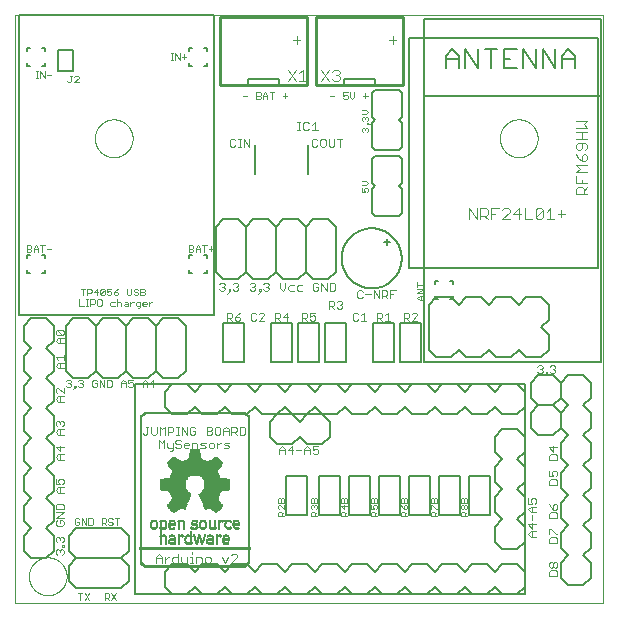
<source format=gto>
G75*
%MOIN*%
%OFA0B0*%
%FSLAX25Y25*%
%IPPOS*%
%LPD*%
%AMOC8*
5,1,8,0,0,1.08239X$1,22.5*
%
%ADD10C,0.00000*%
%ADD11R,0.32700X0.00100*%
%ADD12R,0.33700X0.00100*%
%ADD13R,0.34200X0.00100*%
%ADD14R,0.34700X0.00100*%
%ADD15R,0.34900X0.00100*%
%ADD16R,0.01500X0.00100*%
%ADD17R,0.01400X0.00100*%
%ADD18R,0.01200X0.00100*%
%ADD19R,0.01100X0.00100*%
%ADD20R,0.01000X0.00100*%
%ADD21R,0.00900X0.00100*%
%ADD22R,0.00700X0.00100*%
%ADD23R,0.00800X0.00100*%
%ADD24R,0.37100X0.00100*%
%ADD25R,0.00600X0.00100*%
%ADD26R,0.01300X0.00100*%
%ADD27R,0.02200X0.00100*%
%ADD28R,0.01700X0.00100*%
%ADD29R,0.02300X0.00100*%
%ADD30R,0.02400X0.00100*%
%ADD31R,0.01900X0.00100*%
%ADD32R,0.02500X0.00100*%
%ADD33R,0.02600X0.00100*%
%ADD34R,0.00300X0.00100*%
%ADD35R,0.02700X0.00100*%
%ADD36R,0.02100X0.00100*%
%ADD37R,0.02000X0.00100*%
%ADD38R,0.00200X0.00100*%
%ADD39R,0.01800X0.00100*%
%ADD40R,0.01600X0.00100*%
%ADD41R,0.00500X0.00100*%
%ADD42R,0.00400X0.00100*%
%ADD43R,0.00100X0.00100*%
%ADD44R,0.03200X0.00100*%
%ADD45R,0.03100X0.00100*%
%ADD46R,0.03400X0.00100*%
%ADD47R,0.03500X0.00100*%
%ADD48R,0.03900X0.00100*%
%ADD49R,0.05700X0.00100*%
%ADD50R,0.06000X0.00100*%
%ADD51R,0.06100X0.00100*%
%ADD52R,0.06200X0.00100*%
%ADD53R,0.06500X0.00100*%
%ADD54R,0.06400X0.00100*%
%ADD55R,0.06300X0.00100*%
%ADD56R,0.05900X0.00100*%
%ADD57R,0.05800X0.00100*%
%ADD58R,0.06600X0.00100*%
%ADD59R,0.06800X0.00100*%
%ADD60R,0.06700X0.00100*%
%ADD61R,0.06900X0.00100*%
%ADD62R,0.07000X0.00100*%
%ADD63R,0.07100X0.00100*%
%ADD64R,0.07800X0.00100*%
%ADD65R,0.08500X0.00100*%
%ADD66R,0.08600X0.00100*%
%ADD67R,0.08900X0.00100*%
%ADD68R,0.08800X0.00100*%
%ADD69R,0.08700X0.00100*%
%ADD70R,0.08400X0.00100*%
%ADD71R,0.07300X0.00100*%
%ADD72R,0.07400X0.00100*%
%ADD73R,0.16200X0.00100*%
%ADD74R,0.15900X0.00100*%
%ADD75R,0.15600X0.00100*%
%ADD76R,0.15300X0.00100*%
%ADD77R,0.16500X0.00100*%
%ADD78R,0.16800X0.00100*%
%ADD79R,0.17100X0.00100*%
%ADD80R,0.17400X0.00100*%
%ADD81R,0.17700X0.00100*%
%ADD82R,0.18000X0.00100*%
%ADD83R,0.18300X0.00100*%
%ADD84R,0.18600X0.00100*%
%ADD85R,0.04200X0.00100*%
%ADD86R,0.08100X0.00100*%
%ADD87R,0.07500X0.00100*%
%ADD88R,0.05100X0.00100*%
%ADD89R,0.04500X0.00100*%
%ADD90R,0.03600X0.00100*%
%ADD91R,0.03300X0.00100*%
%ADD92R,0.33600X0.00100*%
%ADD93C,0.00300*%
%ADD94C,0.00200*%
%ADD95C,0.00500*%
%ADD96C,0.00600*%
%ADD97C,0.01000*%
%ADD98C,0.00787*%
%ADD99C,0.00400*%
%ADD100C,0.00800*%
D10*
X0001500Y0002000D02*
X0197500Y0002000D01*
X0197500Y0198000D01*
X0001500Y0198000D01*
X0001500Y0002000D01*
X0006201Y0011000D02*
X0006203Y0011158D01*
X0006209Y0011316D01*
X0006219Y0011474D01*
X0006233Y0011632D01*
X0006251Y0011789D01*
X0006272Y0011946D01*
X0006298Y0012102D01*
X0006328Y0012258D01*
X0006361Y0012413D01*
X0006399Y0012566D01*
X0006440Y0012719D01*
X0006485Y0012871D01*
X0006534Y0013022D01*
X0006587Y0013171D01*
X0006643Y0013319D01*
X0006703Y0013465D01*
X0006767Y0013610D01*
X0006835Y0013753D01*
X0006906Y0013895D01*
X0006980Y0014035D01*
X0007058Y0014172D01*
X0007140Y0014308D01*
X0007224Y0014442D01*
X0007313Y0014573D01*
X0007404Y0014702D01*
X0007499Y0014829D01*
X0007596Y0014954D01*
X0007697Y0015076D01*
X0007801Y0015195D01*
X0007908Y0015312D01*
X0008018Y0015426D01*
X0008131Y0015537D01*
X0008246Y0015646D01*
X0008364Y0015751D01*
X0008485Y0015853D01*
X0008608Y0015953D01*
X0008734Y0016049D01*
X0008862Y0016142D01*
X0008992Y0016232D01*
X0009125Y0016318D01*
X0009260Y0016402D01*
X0009396Y0016481D01*
X0009535Y0016558D01*
X0009676Y0016630D01*
X0009818Y0016700D01*
X0009962Y0016765D01*
X0010108Y0016827D01*
X0010255Y0016885D01*
X0010404Y0016940D01*
X0010554Y0016991D01*
X0010705Y0017038D01*
X0010857Y0017081D01*
X0011010Y0017120D01*
X0011165Y0017156D01*
X0011320Y0017187D01*
X0011476Y0017215D01*
X0011632Y0017239D01*
X0011789Y0017259D01*
X0011947Y0017275D01*
X0012104Y0017287D01*
X0012263Y0017295D01*
X0012421Y0017299D01*
X0012579Y0017299D01*
X0012737Y0017295D01*
X0012896Y0017287D01*
X0013053Y0017275D01*
X0013211Y0017259D01*
X0013368Y0017239D01*
X0013524Y0017215D01*
X0013680Y0017187D01*
X0013835Y0017156D01*
X0013990Y0017120D01*
X0014143Y0017081D01*
X0014295Y0017038D01*
X0014446Y0016991D01*
X0014596Y0016940D01*
X0014745Y0016885D01*
X0014892Y0016827D01*
X0015038Y0016765D01*
X0015182Y0016700D01*
X0015324Y0016630D01*
X0015465Y0016558D01*
X0015604Y0016481D01*
X0015740Y0016402D01*
X0015875Y0016318D01*
X0016008Y0016232D01*
X0016138Y0016142D01*
X0016266Y0016049D01*
X0016392Y0015953D01*
X0016515Y0015853D01*
X0016636Y0015751D01*
X0016754Y0015646D01*
X0016869Y0015537D01*
X0016982Y0015426D01*
X0017092Y0015312D01*
X0017199Y0015195D01*
X0017303Y0015076D01*
X0017404Y0014954D01*
X0017501Y0014829D01*
X0017596Y0014702D01*
X0017687Y0014573D01*
X0017776Y0014442D01*
X0017860Y0014308D01*
X0017942Y0014172D01*
X0018020Y0014035D01*
X0018094Y0013895D01*
X0018165Y0013753D01*
X0018233Y0013610D01*
X0018297Y0013465D01*
X0018357Y0013319D01*
X0018413Y0013171D01*
X0018466Y0013022D01*
X0018515Y0012871D01*
X0018560Y0012719D01*
X0018601Y0012566D01*
X0018639Y0012413D01*
X0018672Y0012258D01*
X0018702Y0012102D01*
X0018728Y0011946D01*
X0018749Y0011789D01*
X0018767Y0011632D01*
X0018781Y0011474D01*
X0018791Y0011316D01*
X0018797Y0011158D01*
X0018799Y0011000D01*
X0018797Y0010842D01*
X0018791Y0010684D01*
X0018781Y0010526D01*
X0018767Y0010368D01*
X0018749Y0010211D01*
X0018728Y0010054D01*
X0018702Y0009898D01*
X0018672Y0009742D01*
X0018639Y0009587D01*
X0018601Y0009434D01*
X0018560Y0009281D01*
X0018515Y0009129D01*
X0018466Y0008978D01*
X0018413Y0008829D01*
X0018357Y0008681D01*
X0018297Y0008535D01*
X0018233Y0008390D01*
X0018165Y0008247D01*
X0018094Y0008105D01*
X0018020Y0007965D01*
X0017942Y0007828D01*
X0017860Y0007692D01*
X0017776Y0007558D01*
X0017687Y0007427D01*
X0017596Y0007298D01*
X0017501Y0007171D01*
X0017404Y0007046D01*
X0017303Y0006924D01*
X0017199Y0006805D01*
X0017092Y0006688D01*
X0016982Y0006574D01*
X0016869Y0006463D01*
X0016754Y0006354D01*
X0016636Y0006249D01*
X0016515Y0006147D01*
X0016392Y0006047D01*
X0016266Y0005951D01*
X0016138Y0005858D01*
X0016008Y0005768D01*
X0015875Y0005682D01*
X0015740Y0005598D01*
X0015604Y0005519D01*
X0015465Y0005442D01*
X0015324Y0005370D01*
X0015182Y0005300D01*
X0015038Y0005235D01*
X0014892Y0005173D01*
X0014745Y0005115D01*
X0014596Y0005060D01*
X0014446Y0005009D01*
X0014295Y0004962D01*
X0014143Y0004919D01*
X0013990Y0004880D01*
X0013835Y0004844D01*
X0013680Y0004813D01*
X0013524Y0004785D01*
X0013368Y0004761D01*
X0013211Y0004741D01*
X0013053Y0004725D01*
X0012896Y0004713D01*
X0012737Y0004705D01*
X0012579Y0004701D01*
X0012421Y0004701D01*
X0012263Y0004705D01*
X0012104Y0004713D01*
X0011947Y0004725D01*
X0011789Y0004741D01*
X0011632Y0004761D01*
X0011476Y0004785D01*
X0011320Y0004813D01*
X0011165Y0004844D01*
X0011010Y0004880D01*
X0010857Y0004919D01*
X0010705Y0004962D01*
X0010554Y0005009D01*
X0010404Y0005060D01*
X0010255Y0005115D01*
X0010108Y0005173D01*
X0009962Y0005235D01*
X0009818Y0005300D01*
X0009676Y0005370D01*
X0009535Y0005442D01*
X0009396Y0005519D01*
X0009260Y0005598D01*
X0009125Y0005682D01*
X0008992Y0005768D01*
X0008862Y0005858D01*
X0008734Y0005951D01*
X0008608Y0006047D01*
X0008485Y0006147D01*
X0008364Y0006249D01*
X0008246Y0006354D01*
X0008131Y0006463D01*
X0008018Y0006574D01*
X0007908Y0006688D01*
X0007801Y0006805D01*
X0007697Y0006924D01*
X0007596Y0007046D01*
X0007499Y0007171D01*
X0007404Y0007298D01*
X0007313Y0007427D01*
X0007224Y0007558D01*
X0007140Y0007692D01*
X0007058Y0007828D01*
X0006980Y0007965D01*
X0006906Y0008105D01*
X0006835Y0008247D01*
X0006767Y0008390D01*
X0006703Y0008535D01*
X0006643Y0008681D01*
X0006587Y0008829D01*
X0006534Y0008978D01*
X0006485Y0009129D01*
X0006440Y0009281D01*
X0006399Y0009434D01*
X0006361Y0009587D01*
X0006328Y0009742D01*
X0006298Y0009898D01*
X0006272Y0010054D01*
X0006251Y0010211D01*
X0006233Y0010368D01*
X0006219Y0010526D01*
X0006209Y0010684D01*
X0006203Y0010842D01*
X0006201Y0011000D01*
X0028201Y0157000D02*
X0028203Y0157158D01*
X0028209Y0157316D01*
X0028219Y0157474D01*
X0028233Y0157632D01*
X0028251Y0157789D01*
X0028272Y0157946D01*
X0028298Y0158102D01*
X0028328Y0158258D01*
X0028361Y0158413D01*
X0028399Y0158566D01*
X0028440Y0158719D01*
X0028485Y0158871D01*
X0028534Y0159022D01*
X0028587Y0159171D01*
X0028643Y0159319D01*
X0028703Y0159465D01*
X0028767Y0159610D01*
X0028835Y0159753D01*
X0028906Y0159895D01*
X0028980Y0160035D01*
X0029058Y0160172D01*
X0029140Y0160308D01*
X0029224Y0160442D01*
X0029313Y0160573D01*
X0029404Y0160702D01*
X0029499Y0160829D01*
X0029596Y0160954D01*
X0029697Y0161076D01*
X0029801Y0161195D01*
X0029908Y0161312D01*
X0030018Y0161426D01*
X0030131Y0161537D01*
X0030246Y0161646D01*
X0030364Y0161751D01*
X0030485Y0161853D01*
X0030608Y0161953D01*
X0030734Y0162049D01*
X0030862Y0162142D01*
X0030992Y0162232D01*
X0031125Y0162318D01*
X0031260Y0162402D01*
X0031396Y0162481D01*
X0031535Y0162558D01*
X0031676Y0162630D01*
X0031818Y0162700D01*
X0031962Y0162765D01*
X0032108Y0162827D01*
X0032255Y0162885D01*
X0032404Y0162940D01*
X0032554Y0162991D01*
X0032705Y0163038D01*
X0032857Y0163081D01*
X0033010Y0163120D01*
X0033165Y0163156D01*
X0033320Y0163187D01*
X0033476Y0163215D01*
X0033632Y0163239D01*
X0033789Y0163259D01*
X0033947Y0163275D01*
X0034104Y0163287D01*
X0034263Y0163295D01*
X0034421Y0163299D01*
X0034579Y0163299D01*
X0034737Y0163295D01*
X0034896Y0163287D01*
X0035053Y0163275D01*
X0035211Y0163259D01*
X0035368Y0163239D01*
X0035524Y0163215D01*
X0035680Y0163187D01*
X0035835Y0163156D01*
X0035990Y0163120D01*
X0036143Y0163081D01*
X0036295Y0163038D01*
X0036446Y0162991D01*
X0036596Y0162940D01*
X0036745Y0162885D01*
X0036892Y0162827D01*
X0037038Y0162765D01*
X0037182Y0162700D01*
X0037324Y0162630D01*
X0037465Y0162558D01*
X0037604Y0162481D01*
X0037740Y0162402D01*
X0037875Y0162318D01*
X0038008Y0162232D01*
X0038138Y0162142D01*
X0038266Y0162049D01*
X0038392Y0161953D01*
X0038515Y0161853D01*
X0038636Y0161751D01*
X0038754Y0161646D01*
X0038869Y0161537D01*
X0038982Y0161426D01*
X0039092Y0161312D01*
X0039199Y0161195D01*
X0039303Y0161076D01*
X0039404Y0160954D01*
X0039501Y0160829D01*
X0039596Y0160702D01*
X0039687Y0160573D01*
X0039776Y0160442D01*
X0039860Y0160308D01*
X0039942Y0160172D01*
X0040020Y0160035D01*
X0040094Y0159895D01*
X0040165Y0159753D01*
X0040233Y0159610D01*
X0040297Y0159465D01*
X0040357Y0159319D01*
X0040413Y0159171D01*
X0040466Y0159022D01*
X0040515Y0158871D01*
X0040560Y0158719D01*
X0040601Y0158566D01*
X0040639Y0158413D01*
X0040672Y0158258D01*
X0040702Y0158102D01*
X0040728Y0157946D01*
X0040749Y0157789D01*
X0040767Y0157632D01*
X0040781Y0157474D01*
X0040791Y0157316D01*
X0040797Y0157158D01*
X0040799Y0157000D01*
X0040797Y0156842D01*
X0040791Y0156684D01*
X0040781Y0156526D01*
X0040767Y0156368D01*
X0040749Y0156211D01*
X0040728Y0156054D01*
X0040702Y0155898D01*
X0040672Y0155742D01*
X0040639Y0155587D01*
X0040601Y0155434D01*
X0040560Y0155281D01*
X0040515Y0155129D01*
X0040466Y0154978D01*
X0040413Y0154829D01*
X0040357Y0154681D01*
X0040297Y0154535D01*
X0040233Y0154390D01*
X0040165Y0154247D01*
X0040094Y0154105D01*
X0040020Y0153965D01*
X0039942Y0153828D01*
X0039860Y0153692D01*
X0039776Y0153558D01*
X0039687Y0153427D01*
X0039596Y0153298D01*
X0039501Y0153171D01*
X0039404Y0153046D01*
X0039303Y0152924D01*
X0039199Y0152805D01*
X0039092Y0152688D01*
X0038982Y0152574D01*
X0038869Y0152463D01*
X0038754Y0152354D01*
X0038636Y0152249D01*
X0038515Y0152147D01*
X0038392Y0152047D01*
X0038266Y0151951D01*
X0038138Y0151858D01*
X0038008Y0151768D01*
X0037875Y0151682D01*
X0037740Y0151598D01*
X0037604Y0151519D01*
X0037465Y0151442D01*
X0037324Y0151370D01*
X0037182Y0151300D01*
X0037038Y0151235D01*
X0036892Y0151173D01*
X0036745Y0151115D01*
X0036596Y0151060D01*
X0036446Y0151009D01*
X0036295Y0150962D01*
X0036143Y0150919D01*
X0035990Y0150880D01*
X0035835Y0150844D01*
X0035680Y0150813D01*
X0035524Y0150785D01*
X0035368Y0150761D01*
X0035211Y0150741D01*
X0035053Y0150725D01*
X0034896Y0150713D01*
X0034737Y0150705D01*
X0034579Y0150701D01*
X0034421Y0150701D01*
X0034263Y0150705D01*
X0034104Y0150713D01*
X0033947Y0150725D01*
X0033789Y0150741D01*
X0033632Y0150761D01*
X0033476Y0150785D01*
X0033320Y0150813D01*
X0033165Y0150844D01*
X0033010Y0150880D01*
X0032857Y0150919D01*
X0032705Y0150962D01*
X0032554Y0151009D01*
X0032404Y0151060D01*
X0032255Y0151115D01*
X0032108Y0151173D01*
X0031962Y0151235D01*
X0031818Y0151300D01*
X0031676Y0151370D01*
X0031535Y0151442D01*
X0031396Y0151519D01*
X0031260Y0151598D01*
X0031125Y0151682D01*
X0030992Y0151768D01*
X0030862Y0151858D01*
X0030734Y0151951D01*
X0030608Y0152047D01*
X0030485Y0152147D01*
X0030364Y0152249D01*
X0030246Y0152354D01*
X0030131Y0152463D01*
X0030018Y0152574D01*
X0029908Y0152688D01*
X0029801Y0152805D01*
X0029697Y0152924D01*
X0029596Y0153046D01*
X0029499Y0153171D01*
X0029404Y0153298D01*
X0029313Y0153427D01*
X0029224Y0153558D01*
X0029140Y0153692D01*
X0029058Y0153828D01*
X0028980Y0153965D01*
X0028906Y0154105D01*
X0028835Y0154247D01*
X0028767Y0154390D01*
X0028703Y0154535D01*
X0028643Y0154681D01*
X0028587Y0154829D01*
X0028534Y0154978D01*
X0028485Y0155129D01*
X0028440Y0155281D01*
X0028399Y0155434D01*
X0028361Y0155587D01*
X0028328Y0155742D01*
X0028298Y0155898D01*
X0028272Y0156054D01*
X0028251Y0156211D01*
X0028233Y0156368D01*
X0028219Y0156526D01*
X0028209Y0156684D01*
X0028203Y0156842D01*
X0028201Y0157000D01*
X0163201Y0157000D02*
X0163203Y0157158D01*
X0163209Y0157316D01*
X0163219Y0157474D01*
X0163233Y0157632D01*
X0163251Y0157789D01*
X0163272Y0157946D01*
X0163298Y0158102D01*
X0163328Y0158258D01*
X0163361Y0158413D01*
X0163399Y0158566D01*
X0163440Y0158719D01*
X0163485Y0158871D01*
X0163534Y0159022D01*
X0163587Y0159171D01*
X0163643Y0159319D01*
X0163703Y0159465D01*
X0163767Y0159610D01*
X0163835Y0159753D01*
X0163906Y0159895D01*
X0163980Y0160035D01*
X0164058Y0160172D01*
X0164140Y0160308D01*
X0164224Y0160442D01*
X0164313Y0160573D01*
X0164404Y0160702D01*
X0164499Y0160829D01*
X0164596Y0160954D01*
X0164697Y0161076D01*
X0164801Y0161195D01*
X0164908Y0161312D01*
X0165018Y0161426D01*
X0165131Y0161537D01*
X0165246Y0161646D01*
X0165364Y0161751D01*
X0165485Y0161853D01*
X0165608Y0161953D01*
X0165734Y0162049D01*
X0165862Y0162142D01*
X0165992Y0162232D01*
X0166125Y0162318D01*
X0166260Y0162402D01*
X0166396Y0162481D01*
X0166535Y0162558D01*
X0166676Y0162630D01*
X0166818Y0162700D01*
X0166962Y0162765D01*
X0167108Y0162827D01*
X0167255Y0162885D01*
X0167404Y0162940D01*
X0167554Y0162991D01*
X0167705Y0163038D01*
X0167857Y0163081D01*
X0168010Y0163120D01*
X0168165Y0163156D01*
X0168320Y0163187D01*
X0168476Y0163215D01*
X0168632Y0163239D01*
X0168789Y0163259D01*
X0168947Y0163275D01*
X0169104Y0163287D01*
X0169263Y0163295D01*
X0169421Y0163299D01*
X0169579Y0163299D01*
X0169737Y0163295D01*
X0169896Y0163287D01*
X0170053Y0163275D01*
X0170211Y0163259D01*
X0170368Y0163239D01*
X0170524Y0163215D01*
X0170680Y0163187D01*
X0170835Y0163156D01*
X0170990Y0163120D01*
X0171143Y0163081D01*
X0171295Y0163038D01*
X0171446Y0162991D01*
X0171596Y0162940D01*
X0171745Y0162885D01*
X0171892Y0162827D01*
X0172038Y0162765D01*
X0172182Y0162700D01*
X0172324Y0162630D01*
X0172465Y0162558D01*
X0172604Y0162481D01*
X0172740Y0162402D01*
X0172875Y0162318D01*
X0173008Y0162232D01*
X0173138Y0162142D01*
X0173266Y0162049D01*
X0173392Y0161953D01*
X0173515Y0161853D01*
X0173636Y0161751D01*
X0173754Y0161646D01*
X0173869Y0161537D01*
X0173982Y0161426D01*
X0174092Y0161312D01*
X0174199Y0161195D01*
X0174303Y0161076D01*
X0174404Y0160954D01*
X0174501Y0160829D01*
X0174596Y0160702D01*
X0174687Y0160573D01*
X0174776Y0160442D01*
X0174860Y0160308D01*
X0174942Y0160172D01*
X0175020Y0160035D01*
X0175094Y0159895D01*
X0175165Y0159753D01*
X0175233Y0159610D01*
X0175297Y0159465D01*
X0175357Y0159319D01*
X0175413Y0159171D01*
X0175466Y0159022D01*
X0175515Y0158871D01*
X0175560Y0158719D01*
X0175601Y0158566D01*
X0175639Y0158413D01*
X0175672Y0158258D01*
X0175702Y0158102D01*
X0175728Y0157946D01*
X0175749Y0157789D01*
X0175767Y0157632D01*
X0175781Y0157474D01*
X0175791Y0157316D01*
X0175797Y0157158D01*
X0175799Y0157000D01*
X0175797Y0156842D01*
X0175791Y0156684D01*
X0175781Y0156526D01*
X0175767Y0156368D01*
X0175749Y0156211D01*
X0175728Y0156054D01*
X0175702Y0155898D01*
X0175672Y0155742D01*
X0175639Y0155587D01*
X0175601Y0155434D01*
X0175560Y0155281D01*
X0175515Y0155129D01*
X0175466Y0154978D01*
X0175413Y0154829D01*
X0175357Y0154681D01*
X0175297Y0154535D01*
X0175233Y0154390D01*
X0175165Y0154247D01*
X0175094Y0154105D01*
X0175020Y0153965D01*
X0174942Y0153828D01*
X0174860Y0153692D01*
X0174776Y0153558D01*
X0174687Y0153427D01*
X0174596Y0153298D01*
X0174501Y0153171D01*
X0174404Y0153046D01*
X0174303Y0152924D01*
X0174199Y0152805D01*
X0174092Y0152688D01*
X0173982Y0152574D01*
X0173869Y0152463D01*
X0173754Y0152354D01*
X0173636Y0152249D01*
X0173515Y0152147D01*
X0173392Y0152047D01*
X0173266Y0151951D01*
X0173138Y0151858D01*
X0173008Y0151768D01*
X0172875Y0151682D01*
X0172740Y0151598D01*
X0172604Y0151519D01*
X0172465Y0151442D01*
X0172324Y0151370D01*
X0172182Y0151300D01*
X0172038Y0151235D01*
X0171892Y0151173D01*
X0171745Y0151115D01*
X0171596Y0151060D01*
X0171446Y0151009D01*
X0171295Y0150962D01*
X0171143Y0150919D01*
X0170990Y0150880D01*
X0170835Y0150844D01*
X0170680Y0150813D01*
X0170524Y0150785D01*
X0170368Y0150761D01*
X0170211Y0150741D01*
X0170053Y0150725D01*
X0169896Y0150713D01*
X0169737Y0150705D01*
X0169579Y0150701D01*
X0169421Y0150701D01*
X0169263Y0150705D01*
X0169104Y0150713D01*
X0168947Y0150725D01*
X0168789Y0150741D01*
X0168632Y0150761D01*
X0168476Y0150785D01*
X0168320Y0150813D01*
X0168165Y0150844D01*
X0168010Y0150880D01*
X0167857Y0150919D01*
X0167705Y0150962D01*
X0167554Y0151009D01*
X0167404Y0151060D01*
X0167255Y0151115D01*
X0167108Y0151173D01*
X0166962Y0151235D01*
X0166818Y0151300D01*
X0166676Y0151370D01*
X0166535Y0151442D01*
X0166396Y0151519D01*
X0166260Y0151598D01*
X0166125Y0151682D01*
X0165992Y0151768D01*
X0165862Y0151858D01*
X0165734Y0151951D01*
X0165608Y0152047D01*
X0165485Y0152147D01*
X0165364Y0152249D01*
X0165246Y0152354D01*
X0165131Y0152463D01*
X0165018Y0152574D01*
X0164908Y0152688D01*
X0164801Y0152805D01*
X0164697Y0152924D01*
X0164596Y0153046D01*
X0164499Y0153171D01*
X0164404Y0153298D01*
X0164313Y0153427D01*
X0164224Y0153558D01*
X0164140Y0153692D01*
X0164058Y0153828D01*
X0163980Y0153965D01*
X0163906Y0154105D01*
X0163835Y0154247D01*
X0163767Y0154390D01*
X0163703Y0154535D01*
X0163643Y0154681D01*
X0163587Y0154829D01*
X0163534Y0154978D01*
X0163485Y0155129D01*
X0163440Y0155281D01*
X0163399Y0155434D01*
X0163361Y0155587D01*
X0163328Y0155742D01*
X0163298Y0155898D01*
X0163272Y0156054D01*
X0163251Y0156211D01*
X0163233Y0156368D01*
X0163219Y0156526D01*
X0163209Y0156684D01*
X0163203Y0156842D01*
X0163201Y0157000D01*
D11*
X0061497Y0065564D03*
X0061497Y0013764D03*
X0061497Y0013664D03*
D12*
X0061597Y0013864D03*
D13*
X0061547Y0013964D03*
X0061547Y0014064D03*
X0061547Y0065264D03*
X0061547Y0065364D03*
D14*
X0061597Y0065164D03*
X0061597Y0014164D03*
D15*
X0061597Y0014264D03*
X0061597Y0014364D03*
X0061597Y0064964D03*
X0061597Y0064964D03*
X0061597Y0065064D03*
D16*
X0078497Y0064864D03*
X0067628Y0038289D03*
X0072797Y0029464D03*
X0072797Y0029364D03*
X0072797Y0026564D03*
X0075497Y0026564D03*
X0064397Y0026564D03*
X0078597Y0014464D03*
X0047997Y0026564D03*
X0044597Y0014464D03*
D17*
X0044347Y0014564D03*
X0044347Y0014664D03*
X0051247Y0026564D03*
X0047947Y0029364D03*
X0047947Y0029464D03*
X0053947Y0029464D03*
X0053947Y0029364D03*
X0068647Y0032364D03*
X0068647Y0032464D03*
X0071947Y0024464D03*
X0044647Y0064864D03*
D18*
X0044447Y0064764D03*
X0044447Y0064764D03*
X0044447Y0064764D03*
X0044447Y0064664D03*
X0054647Y0050264D03*
X0068747Y0050264D03*
X0078747Y0064664D03*
X0078747Y0064764D03*
X0065447Y0033464D03*
X0070847Y0029464D03*
X0070847Y0029364D03*
X0067247Y0026564D03*
X0070047Y0024464D03*
X0064047Y0022564D03*
X0064047Y0022464D03*
X0064047Y0022364D03*
X0064047Y0022264D03*
X0064047Y0022164D03*
X0063147Y0023564D03*
X0062147Y0022564D03*
X0062147Y0022464D03*
X0062147Y0022364D03*
X0059147Y0021664D03*
X0059147Y0021564D03*
X0059147Y0024464D03*
X0057347Y0024464D03*
X0060647Y0026964D03*
X0060647Y0027064D03*
X0061347Y0026464D03*
X0061347Y0026364D03*
X0057347Y0029364D03*
X0057347Y0029464D03*
X0057947Y0033464D03*
X0051147Y0029464D03*
X0051147Y0029364D03*
X0051147Y0024464D03*
X0078747Y0014664D03*
X0078747Y0014564D03*
D19*
X0078997Y0014764D03*
X0079297Y0015064D03*
X0072097Y0021464D03*
X0074797Y0026964D03*
X0074797Y0027064D03*
X0063097Y0023864D03*
X0063097Y0023764D03*
X0063097Y0023664D03*
X0062197Y0022264D03*
X0062197Y0022164D03*
X0062197Y0022064D03*
X0062197Y0026964D03*
X0062197Y0027064D03*
X0054097Y0026464D03*
X0054097Y0026364D03*
X0053197Y0022064D03*
X0053797Y0021464D03*
X0044197Y0014764D03*
X0043897Y0015064D03*
X0043897Y0064264D03*
X0044197Y0064564D03*
X0078997Y0064564D03*
X0079297Y0064264D03*
D20*
X0079147Y0064364D03*
X0079147Y0064464D03*
X0044047Y0064464D03*
X0044047Y0064364D03*
X0047947Y0026464D03*
X0047947Y0026364D03*
X0053347Y0026964D03*
X0053347Y0027064D03*
X0044047Y0014964D03*
X0044047Y0014864D03*
X0067447Y0022064D03*
X0071347Y0022064D03*
X0079147Y0014964D03*
X0079147Y0014864D03*
D21*
X0079397Y0015164D03*
X0079397Y0015264D03*
X0079497Y0015364D03*
X0079697Y0015764D03*
X0079697Y0015864D03*
X0072797Y0023864D03*
X0072797Y0026364D03*
X0072797Y0026464D03*
X0074597Y0027164D03*
X0075497Y0026464D03*
X0075497Y0026364D03*
X0076097Y0026964D03*
X0076097Y0027064D03*
X0071997Y0028764D03*
X0071997Y0028864D03*
X0069797Y0028864D03*
X0069797Y0028764D03*
X0068297Y0027164D03*
X0067197Y0026464D03*
X0067197Y0026364D03*
X0066597Y0027164D03*
X0065097Y0028764D03*
X0065097Y0028864D03*
X0064397Y0026464D03*
X0064397Y0026364D03*
X0062297Y0027564D03*
X0062297Y0027664D03*
X0060597Y0028364D03*
X0057897Y0028764D03*
X0057897Y0028864D03*
X0056297Y0028864D03*
X0056297Y0028764D03*
X0054597Y0032264D03*
X0050297Y0028864D03*
X0050297Y0028764D03*
X0048797Y0028764D03*
X0048797Y0028864D03*
X0048797Y0027164D03*
X0047097Y0027164D03*
X0050297Y0023864D03*
X0051797Y0023864D03*
X0051897Y0023764D03*
X0051897Y0023664D03*
X0053997Y0024564D03*
X0053997Y0024664D03*
X0056397Y0023864D03*
X0058497Y0023864D03*
X0060197Y0023864D03*
X0060197Y0023764D03*
X0060197Y0023664D03*
X0060197Y0022264D03*
X0060197Y0022164D03*
X0059097Y0021464D03*
X0062097Y0021864D03*
X0062097Y0021964D03*
X0064097Y0021964D03*
X0064097Y0022064D03*
X0064097Y0021864D03*
X0064097Y0021764D03*
X0065897Y0022064D03*
X0066497Y0021464D03*
X0068997Y0023864D03*
X0066597Y0024564D03*
X0066597Y0024664D03*
X0063197Y0024064D03*
X0063197Y0023964D03*
X0054797Y0022064D03*
X0043797Y0015264D03*
X0043797Y0015164D03*
X0043697Y0015364D03*
X0043497Y0015764D03*
X0043497Y0015864D03*
X0068697Y0032264D03*
X0068697Y0050364D03*
X0068697Y0050464D03*
X0079697Y0063464D03*
X0079697Y0063564D03*
X0079497Y0063764D03*
X0079497Y0063864D03*
X0079497Y0063964D03*
X0079397Y0064064D03*
X0079397Y0064164D03*
X0054597Y0050464D03*
X0054597Y0050364D03*
X0043497Y0063464D03*
X0043497Y0063564D03*
X0043697Y0063764D03*
X0043697Y0063864D03*
X0043697Y0063964D03*
X0043797Y0064064D03*
X0043797Y0064164D03*
D22*
X0043597Y0063664D03*
X0057997Y0033364D03*
X0057997Y0033264D03*
X0057997Y0028664D03*
X0057997Y0028564D03*
X0057997Y0028464D03*
X0057997Y0028364D03*
X0057997Y0028264D03*
X0057997Y0028164D03*
X0057997Y0028064D03*
X0057997Y0027964D03*
X0057997Y0027864D03*
X0057997Y0027764D03*
X0057997Y0027664D03*
X0057997Y0027564D03*
X0057997Y0027464D03*
X0057997Y0027364D03*
X0057997Y0027264D03*
X0057997Y0027164D03*
X0057997Y0027064D03*
X0057997Y0026964D03*
X0057997Y0026864D03*
X0057997Y0026764D03*
X0057997Y0026664D03*
X0057997Y0026564D03*
X0057997Y0026464D03*
X0057997Y0026364D03*
X0056197Y0028464D03*
X0056197Y0028564D03*
X0056197Y0028664D03*
X0054997Y0028564D03*
X0054997Y0028464D03*
X0054997Y0028364D03*
X0054697Y0027064D03*
X0054697Y0026964D03*
X0053197Y0027164D03*
X0051997Y0027464D03*
X0051997Y0027564D03*
X0051997Y0027664D03*
X0051997Y0027764D03*
X0051997Y0027864D03*
X0051997Y0027964D03*
X0051997Y0028064D03*
X0051997Y0028164D03*
X0051997Y0028264D03*
X0051997Y0028364D03*
X0051997Y0028464D03*
X0051997Y0028564D03*
X0053197Y0028764D03*
X0053197Y0028864D03*
X0050197Y0028664D03*
X0050197Y0028564D03*
X0050197Y0028464D03*
X0050197Y0027364D03*
X0050197Y0027264D03*
X0050197Y0027164D03*
X0047197Y0028764D03*
X0047197Y0028864D03*
X0050197Y0023764D03*
X0050197Y0023664D03*
X0051997Y0023564D03*
X0051997Y0023464D03*
X0051997Y0023364D03*
X0051997Y0023264D03*
X0051997Y0023164D03*
X0051997Y0023064D03*
X0051997Y0022964D03*
X0051997Y0022864D03*
X0051997Y0022764D03*
X0051997Y0022664D03*
X0051997Y0022564D03*
X0051997Y0022464D03*
X0051997Y0022364D03*
X0051997Y0022264D03*
X0051997Y0022164D03*
X0051997Y0022064D03*
X0051997Y0021964D03*
X0051997Y0021864D03*
X0051997Y0021764D03*
X0051997Y0021664D03*
X0051997Y0021564D03*
X0061297Y0024164D03*
X0061297Y0024264D03*
X0061297Y0024364D03*
X0061297Y0024464D03*
X0061597Y0023464D03*
X0061597Y0023364D03*
X0061597Y0023264D03*
X0062197Y0021764D03*
X0062197Y0021664D03*
X0062197Y0021564D03*
X0063997Y0021564D03*
X0063997Y0021664D03*
X0064597Y0023264D03*
X0064897Y0024164D03*
X0064897Y0024264D03*
X0064897Y0024364D03*
X0064897Y0024464D03*
X0063097Y0024364D03*
X0063097Y0024264D03*
X0063097Y0024164D03*
X0063397Y0027264D03*
X0063397Y0027364D03*
X0063397Y0027464D03*
X0063397Y0027564D03*
X0063397Y0027664D03*
X0063397Y0027764D03*
X0063397Y0027864D03*
X0063397Y0027964D03*
X0063397Y0028064D03*
X0063397Y0028164D03*
X0063397Y0028264D03*
X0063397Y0028364D03*
X0063397Y0028464D03*
X0063397Y0028564D03*
X0063397Y0028664D03*
X0064297Y0029564D03*
X0065197Y0028664D03*
X0065197Y0027364D03*
X0065197Y0027264D03*
X0065197Y0027164D03*
X0067597Y0023764D03*
X0067597Y0023664D03*
X0067597Y0023564D03*
X0067597Y0023464D03*
X0067597Y0023364D03*
X0067597Y0022664D03*
X0067597Y0022564D03*
X0067597Y0022464D03*
X0067597Y0022364D03*
X0067597Y0022264D03*
X0067597Y0022164D03*
X0067597Y0021464D03*
X0065797Y0022664D03*
X0069697Y0026364D03*
X0069697Y0026464D03*
X0069697Y0026564D03*
X0069697Y0026664D03*
X0069697Y0026764D03*
X0069697Y0026864D03*
X0069697Y0026964D03*
X0069697Y0027064D03*
X0069697Y0027164D03*
X0069697Y0027264D03*
X0069697Y0027364D03*
X0069697Y0027464D03*
X0069697Y0027564D03*
X0069697Y0027664D03*
X0069697Y0027764D03*
X0069697Y0027864D03*
X0069697Y0027964D03*
X0069697Y0028064D03*
X0069697Y0028164D03*
X0069697Y0028264D03*
X0069697Y0028364D03*
X0069697Y0028464D03*
X0069697Y0028564D03*
X0069697Y0028664D03*
X0069697Y0029364D03*
X0069697Y0029464D03*
X0071797Y0028664D03*
X0071797Y0028564D03*
X0071797Y0028464D03*
X0071797Y0028364D03*
X0071797Y0027464D03*
X0071797Y0027364D03*
X0071797Y0027264D03*
X0074497Y0027264D03*
X0074497Y0027364D03*
X0074497Y0028664D03*
X0075397Y0029564D03*
X0076297Y0028664D03*
X0076297Y0028564D03*
X0076297Y0028464D03*
X0072997Y0023464D03*
X0072997Y0023364D03*
X0072697Y0022064D03*
X0071197Y0022164D03*
X0071197Y0022264D03*
X0071197Y0023864D03*
X0079597Y0015664D03*
X0079597Y0015564D03*
X0079597Y0015464D03*
X0043597Y0015464D03*
X0043597Y0015564D03*
X0043597Y0015664D03*
X0079597Y0063664D03*
D23*
X0079747Y0063364D03*
X0079747Y0063264D03*
X0079747Y0063164D03*
X0079747Y0063064D03*
X0079747Y0062964D03*
X0079747Y0062864D03*
X0079747Y0062764D03*
X0079747Y0062664D03*
X0079747Y0062564D03*
X0079747Y0062464D03*
X0079747Y0062364D03*
X0079747Y0062264D03*
X0079747Y0062164D03*
X0079747Y0062064D03*
X0079747Y0061964D03*
X0079747Y0061864D03*
X0079747Y0061764D03*
X0079747Y0061664D03*
X0079747Y0061564D03*
X0079747Y0061464D03*
X0079747Y0061364D03*
X0079747Y0061264D03*
X0079747Y0061164D03*
X0079747Y0061064D03*
X0079747Y0060964D03*
X0079747Y0060864D03*
X0079747Y0060764D03*
X0079747Y0060664D03*
X0079747Y0060564D03*
X0079747Y0060464D03*
X0079747Y0060364D03*
X0079747Y0060264D03*
X0079747Y0060164D03*
X0079747Y0060164D03*
X0079747Y0060064D03*
X0079747Y0059964D03*
X0079747Y0059864D03*
X0079747Y0059764D03*
X0079747Y0059664D03*
X0079747Y0059564D03*
X0079747Y0059464D03*
X0079747Y0059464D03*
X0079747Y0059364D03*
X0079747Y0059264D03*
X0079747Y0059264D03*
X0079747Y0059164D03*
X0079747Y0059164D03*
X0079747Y0059064D03*
X0079747Y0059064D03*
X0079747Y0058964D03*
X0079747Y0058864D03*
X0079747Y0058764D03*
X0079747Y0058664D03*
X0079747Y0058664D03*
X0079747Y0058564D03*
X0079747Y0058564D03*
X0079747Y0058464D03*
X0079747Y0058364D03*
X0079747Y0058264D03*
X0079747Y0058164D03*
X0079747Y0058064D03*
X0079747Y0057964D03*
X0079747Y0057864D03*
X0079747Y0057764D03*
X0079747Y0057664D03*
X0079747Y0057564D03*
X0079747Y0057464D03*
X0079747Y0057364D03*
X0079747Y0057264D03*
X0079747Y0057164D03*
X0079747Y0057064D03*
X0079747Y0056964D03*
X0079747Y0056864D03*
X0079747Y0056764D03*
X0079747Y0056664D03*
X0079747Y0056564D03*
X0079747Y0056464D03*
X0079747Y0056364D03*
X0079747Y0056264D03*
X0079747Y0056164D03*
X0079747Y0056064D03*
X0079747Y0055964D03*
X0079747Y0055864D03*
X0079747Y0055764D03*
X0079747Y0055664D03*
X0079747Y0055564D03*
X0079747Y0055464D03*
X0079747Y0055364D03*
X0079747Y0055264D03*
X0079747Y0055164D03*
X0079747Y0055064D03*
X0079747Y0054964D03*
X0079747Y0054864D03*
X0079747Y0054764D03*
X0079747Y0054664D03*
X0079747Y0054564D03*
X0079747Y0054464D03*
X0079747Y0054364D03*
X0079747Y0054264D03*
X0079747Y0054164D03*
X0079747Y0054064D03*
X0079747Y0053964D03*
X0079747Y0053864D03*
X0079747Y0053764D03*
X0079747Y0053664D03*
X0079747Y0053564D03*
X0079747Y0053464D03*
X0079747Y0053464D03*
X0079747Y0053364D03*
X0079747Y0053264D03*
X0079747Y0053164D03*
X0079747Y0053064D03*
X0079747Y0052964D03*
X0079747Y0052864D03*
X0079747Y0052764D03*
X0079747Y0052664D03*
X0079747Y0052564D03*
X0079747Y0052464D03*
X0079747Y0052364D03*
X0079747Y0052264D03*
X0079747Y0052164D03*
X0079747Y0052064D03*
X0079747Y0051964D03*
X0079747Y0051864D03*
X0079747Y0051764D03*
X0079747Y0051664D03*
X0079747Y0051564D03*
X0079747Y0051464D03*
X0079747Y0051364D03*
X0079747Y0051264D03*
X0079747Y0051164D03*
X0079747Y0051064D03*
X0079747Y0050964D03*
X0079747Y0050864D03*
X0079747Y0050764D03*
X0079747Y0050664D03*
X0079747Y0050564D03*
X0079747Y0050464D03*
X0079747Y0050364D03*
X0079747Y0050264D03*
X0079747Y0050164D03*
X0079747Y0050064D03*
X0079747Y0049964D03*
X0079747Y0049864D03*
X0079747Y0049764D03*
X0079747Y0049664D03*
X0079747Y0049564D03*
X0079747Y0049464D03*
X0079747Y0049364D03*
X0079747Y0049264D03*
X0079747Y0049164D03*
X0079747Y0049064D03*
X0079747Y0048964D03*
X0079747Y0048864D03*
X0079747Y0048764D03*
X0079747Y0048664D03*
X0079747Y0048564D03*
X0079747Y0048464D03*
X0079747Y0048364D03*
X0079747Y0048264D03*
X0079747Y0048164D03*
X0079747Y0048064D03*
X0079747Y0047964D03*
X0079747Y0047864D03*
X0079747Y0047764D03*
X0079747Y0047664D03*
X0079747Y0047564D03*
X0079747Y0047464D03*
X0079747Y0047364D03*
X0079747Y0047264D03*
X0079747Y0047164D03*
X0079747Y0047064D03*
X0079747Y0046964D03*
X0079747Y0046864D03*
X0079747Y0046764D03*
X0079747Y0046664D03*
X0079747Y0046564D03*
X0079747Y0046464D03*
X0079747Y0046364D03*
X0079747Y0046264D03*
X0079747Y0046164D03*
X0079747Y0046064D03*
X0079747Y0045964D03*
X0079747Y0045864D03*
X0079747Y0045764D03*
X0079747Y0045664D03*
X0079747Y0045564D03*
X0079747Y0045464D03*
X0079747Y0045364D03*
X0079747Y0045264D03*
X0079747Y0045164D03*
X0079747Y0045064D03*
X0079747Y0044964D03*
X0079747Y0044864D03*
X0079747Y0044764D03*
X0079747Y0044664D03*
X0079747Y0044564D03*
X0079747Y0044464D03*
X0079747Y0044364D03*
X0079747Y0044264D03*
X0079747Y0044164D03*
X0079747Y0044064D03*
X0079747Y0043964D03*
X0079747Y0043864D03*
X0079747Y0043764D03*
X0079747Y0043664D03*
X0079747Y0043564D03*
X0079747Y0043464D03*
X0079747Y0043364D03*
X0079747Y0043264D03*
X0079747Y0043164D03*
X0079747Y0043064D03*
X0079747Y0042964D03*
X0079747Y0042864D03*
X0079747Y0042764D03*
X0079747Y0042664D03*
X0079747Y0042564D03*
X0079747Y0042464D03*
X0079747Y0042364D03*
X0079747Y0042264D03*
X0079747Y0042164D03*
X0079747Y0042064D03*
X0079747Y0041964D03*
X0079747Y0041864D03*
X0079747Y0041764D03*
X0079747Y0041664D03*
X0079747Y0041564D03*
X0079747Y0041464D03*
X0079747Y0041364D03*
X0079747Y0041264D03*
X0079747Y0041164D03*
X0079747Y0041064D03*
X0079747Y0040964D03*
X0079747Y0040864D03*
X0079747Y0040764D03*
X0079747Y0040664D03*
X0079747Y0040564D03*
X0079747Y0040464D03*
X0079747Y0040364D03*
X0079747Y0040264D03*
X0079747Y0040164D03*
X0079747Y0040064D03*
X0079747Y0039964D03*
X0079747Y0039864D03*
X0079747Y0039764D03*
X0079747Y0039664D03*
X0079747Y0039564D03*
X0079747Y0039464D03*
X0079747Y0039364D03*
X0079747Y0039264D03*
X0079747Y0039164D03*
X0079747Y0039064D03*
X0079747Y0038964D03*
X0079747Y0038864D03*
X0079747Y0038764D03*
X0079747Y0038664D03*
X0079747Y0038564D03*
X0079747Y0038464D03*
X0079747Y0038364D03*
X0079747Y0038264D03*
X0079747Y0038164D03*
X0079747Y0038064D03*
X0079747Y0037964D03*
X0079747Y0037864D03*
X0079747Y0037764D03*
X0079747Y0037664D03*
X0079747Y0037564D03*
X0079747Y0037464D03*
X0079747Y0037364D03*
X0079747Y0037264D03*
X0079747Y0037164D03*
X0079747Y0037064D03*
X0079747Y0036964D03*
X0079747Y0036864D03*
X0079747Y0036764D03*
X0079747Y0036664D03*
X0079747Y0036564D03*
X0079747Y0036464D03*
X0079747Y0036364D03*
X0079747Y0036264D03*
X0079747Y0036164D03*
X0079747Y0036064D03*
X0079747Y0035964D03*
X0079747Y0035864D03*
X0079747Y0035764D03*
X0079747Y0035664D03*
X0079747Y0035564D03*
X0079747Y0035464D03*
X0079747Y0035364D03*
X0079747Y0035264D03*
X0079747Y0035164D03*
X0079747Y0035064D03*
X0079747Y0034964D03*
X0079747Y0034864D03*
X0079747Y0034764D03*
X0079747Y0034664D03*
X0079747Y0034564D03*
X0079747Y0034464D03*
X0079747Y0034364D03*
X0079747Y0034264D03*
X0079747Y0034164D03*
X0079747Y0034064D03*
X0079747Y0033964D03*
X0079747Y0033864D03*
X0079747Y0033764D03*
X0079747Y0033664D03*
X0079747Y0033564D03*
X0079747Y0033464D03*
X0079747Y0033364D03*
X0079747Y0033264D03*
X0079747Y0033164D03*
X0079747Y0033064D03*
X0079747Y0032964D03*
X0079747Y0032864D03*
X0079747Y0032764D03*
X0079747Y0032664D03*
X0079747Y0032564D03*
X0079747Y0032464D03*
X0079747Y0032364D03*
X0079747Y0032264D03*
X0079747Y0032164D03*
X0079747Y0032064D03*
X0079747Y0031964D03*
X0079747Y0031864D03*
X0079747Y0031764D03*
X0079747Y0031664D03*
X0079747Y0031564D03*
X0079747Y0031464D03*
X0079747Y0031364D03*
X0079747Y0031264D03*
X0079747Y0031164D03*
X0079747Y0031064D03*
X0079747Y0030964D03*
X0079747Y0030864D03*
X0079747Y0030764D03*
X0079747Y0030664D03*
X0079747Y0030564D03*
X0079747Y0030464D03*
X0079747Y0030364D03*
X0079747Y0030264D03*
X0079747Y0030164D03*
X0079747Y0030064D03*
X0079747Y0029964D03*
X0079747Y0029864D03*
X0079747Y0029764D03*
X0079747Y0029664D03*
X0079747Y0029564D03*
X0079747Y0029464D03*
X0079747Y0029364D03*
X0079747Y0029264D03*
X0079747Y0029164D03*
X0079747Y0029064D03*
X0079747Y0028964D03*
X0079747Y0028864D03*
X0079747Y0028764D03*
X0079747Y0028664D03*
X0079747Y0028564D03*
X0079747Y0028464D03*
X0079747Y0028364D03*
X0079747Y0028264D03*
X0079747Y0028164D03*
X0079747Y0028064D03*
X0079747Y0027964D03*
X0079747Y0027864D03*
X0079747Y0027764D03*
X0079747Y0027664D03*
X0079747Y0027564D03*
X0079747Y0027464D03*
X0079747Y0027364D03*
X0079747Y0027264D03*
X0079747Y0027164D03*
X0079747Y0027064D03*
X0079747Y0026964D03*
X0079747Y0026864D03*
X0079747Y0026764D03*
X0079747Y0026664D03*
X0079747Y0026564D03*
X0079747Y0026464D03*
X0079747Y0026364D03*
X0079747Y0026264D03*
X0079747Y0026164D03*
X0079747Y0026064D03*
X0079747Y0025964D03*
X0079747Y0025864D03*
X0079747Y0025764D03*
X0079747Y0025664D03*
X0079747Y0025564D03*
X0079747Y0025464D03*
X0079747Y0025364D03*
X0079747Y0025264D03*
X0079747Y0025164D03*
X0079747Y0025064D03*
X0079747Y0024964D03*
X0079747Y0024864D03*
X0079747Y0024764D03*
X0079747Y0024664D03*
X0079747Y0024564D03*
X0079747Y0024464D03*
X0079747Y0024364D03*
X0079747Y0024264D03*
X0079747Y0024164D03*
X0079747Y0024064D03*
X0079747Y0023964D03*
X0079747Y0023864D03*
X0079747Y0023764D03*
X0079747Y0023664D03*
X0079747Y0023564D03*
X0079747Y0023464D03*
X0079747Y0023364D03*
X0079747Y0023264D03*
X0079747Y0023164D03*
X0079747Y0023064D03*
X0079747Y0022964D03*
X0079747Y0022864D03*
X0079747Y0022764D03*
X0079747Y0022664D03*
X0079747Y0022564D03*
X0079747Y0022464D03*
X0079747Y0022364D03*
X0079747Y0022264D03*
X0079747Y0022164D03*
X0079747Y0022164D03*
X0079747Y0022064D03*
X0079747Y0021964D03*
X0079747Y0021864D03*
X0079747Y0021764D03*
X0079747Y0021664D03*
X0079747Y0021564D03*
X0079747Y0021464D03*
X0079747Y0021364D03*
X0079747Y0021264D03*
X0079747Y0021164D03*
X0079747Y0021064D03*
X0079747Y0020964D03*
X0079747Y0020964D03*
X0079747Y0020864D03*
X0079747Y0020764D03*
X0079747Y0020664D03*
X0079747Y0020564D03*
X0079747Y0020464D03*
X0079747Y0020364D03*
X0079747Y0019564D03*
X0079747Y0019464D03*
X0079747Y0019364D03*
X0079747Y0019364D03*
X0079747Y0019264D03*
X0079747Y0019164D03*
X0079747Y0019064D03*
X0079747Y0018964D03*
X0079747Y0018864D03*
X0079747Y0018764D03*
X0079747Y0018664D03*
X0079747Y0018564D03*
X0079747Y0018464D03*
X0079747Y0018364D03*
X0079747Y0018264D03*
X0079747Y0018164D03*
X0079747Y0018064D03*
X0079747Y0017964D03*
X0079747Y0017864D03*
X0079747Y0017764D03*
X0079747Y0017664D03*
X0079747Y0017564D03*
X0079747Y0017464D03*
X0079747Y0017364D03*
X0079747Y0017264D03*
X0079747Y0017164D03*
X0079747Y0017064D03*
X0079747Y0016964D03*
X0079747Y0016864D03*
X0079747Y0016764D03*
X0079747Y0016664D03*
X0079747Y0016564D03*
X0079747Y0016464D03*
X0079747Y0016364D03*
X0079747Y0016264D03*
X0079747Y0016164D03*
X0079747Y0016064D03*
X0079747Y0015964D03*
X0072847Y0023664D03*
X0072847Y0023764D03*
X0071047Y0023564D03*
X0071047Y0023464D03*
X0071047Y0023364D03*
X0071047Y0022664D03*
X0071047Y0022564D03*
X0071047Y0022464D03*
X0071047Y0022364D03*
X0068947Y0023564D03*
X0068947Y0023664D03*
X0068947Y0023764D03*
X0068347Y0026364D03*
X0068347Y0026464D03*
X0068347Y0026564D03*
X0068347Y0027264D03*
X0068347Y0027364D03*
X0068347Y0027464D03*
X0068347Y0027564D03*
X0068347Y0027664D03*
X0068347Y0027764D03*
X0068347Y0027864D03*
X0068347Y0027964D03*
X0068347Y0028064D03*
X0068347Y0028164D03*
X0068347Y0028264D03*
X0068347Y0028364D03*
X0068347Y0028464D03*
X0068347Y0028564D03*
X0068347Y0028664D03*
X0068347Y0028764D03*
X0068347Y0028864D03*
X0068347Y0028964D03*
X0068347Y0029064D03*
X0068347Y0029164D03*
X0068347Y0029264D03*
X0068347Y0029364D03*
X0068347Y0029464D03*
X0066547Y0027464D03*
X0066547Y0027364D03*
X0066547Y0027264D03*
X0065347Y0027564D03*
X0065347Y0027664D03*
X0065347Y0027764D03*
X0065347Y0027864D03*
X0065347Y0027964D03*
X0065347Y0028064D03*
X0065347Y0028164D03*
X0065347Y0028264D03*
X0065347Y0028364D03*
X0063547Y0028764D03*
X0063547Y0028864D03*
X0063547Y0027164D03*
X0062347Y0027164D03*
X0062347Y0027264D03*
X0062347Y0027364D03*
X0062347Y0027464D03*
X0060547Y0028464D03*
X0060547Y0028564D03*
X0060547Y0028664D03*
X0060547Y0028764D03*
X0060547Y0028864D03*
X0061447Y0029564D03*
X0060247Y0025864D03*
X0060247Y0025764D03*
X0060247Y0025664D03*
X0060247Y0025564D03*
X0060247Y0025464D03*
X0060247Y0025364D03*
X0060247Y0025264D03*
X0060247Y0025164D03*
X0060247Y0025064D03*
X0060247Y0024964D03*
X0060247Y0024864D03*
X0060247Y0024764D03*
X0060247Y0024664D03*
X0060247Y0024564D03*
X0060247Y0024464D03*
X0060247Y0023564D03*
X0060247Y0023464D03*
X0060247Y0023364D03*
X0060247Y0023264D03*
X0060247Y0023164D03*
X0060247Y0023064D03*
X0060247Y0022964D03*
X0060247Y0022864D03*
X0060247Y0022764D03*
X0060247Y0022664D03*
X0060247Y0022564D03*
X0060247Y0022464D03*
X0060247Y0022364D03*
X0060247Y0021664D03*
X0060247Y0021564D03*
X0060247Y0021464D03*
X0058447Y0022164D03*
X0058447Y0022264D03*
X0058447Y0022364D03*
X0058447Y0022464D03*
X0058447Y0022564D03*
X0058447Y0023564D03*
X0058447Y0023664D03*
X0058447Y0023764D03*
X0056347Y0023764D03*
X0056347Y0023664D03*
X0054847Y0023864D03*
X0054847Y0022264D03*
X0054847Y0022164D03*
X0053047Y0022164D03*
X0053047Y0022264D03*
X0053047Y0022364D03*
X0053047Y0022464D03*
X0053047Y0022564D03*
X0053047Y0022664D03*
X0051247Y0026364D03*
X0051247Y0026464D03*
X0051847Y0027164D03*
X0051847Y0027264D03*
X0051847Y0027364D03*
X0053047Y0027464D03*
X0053047Y0027564D03*
X0053047Y0027664D03*
X0053047Y0028364D03*
X0053047Y0028464D03*
X0053047Y0028564D03*
X0051847Y0028664D03*
X0051847Y0028764D03*
X0051847Y0028864D03*
X0054847Y0028864D03*
X0054847Y0028764D03*
X0054847Y0028664D03*
X0048847Y0028664D03*
X0048847Y0028564D03*
X0048847Y0028464D03*
X0048847Y0027364D03*
X0048847Y0027264D03*
X0047047Y0027264D03*
X0047047Y0027364D03*
X0047047Y0027464D03*
X0047047Y0027564D03*
X0047047Y0027664D03*
X0047047Y0028364D03*
X0047047Y0028464D03*
X0047047Y0028564D03*
X0047047Y0028664D03*
X0047947Y0029564D03*
X0043447Y0029564D03*
X0043447Y0029664D03*
X0043447Y0029764D03*
X0043447Y0029864D03*
X0043447Y0029964D03*
X0043447Y0030064D03*
X0043447Y0030164D03*
X0043447Y0030264D03*
X0043447Y0030364D03*
X0043447Y0030464D03*
X0043447Y0030564D03*
X0043447Y0030664D03*
X0043447Y0030764D03*
X0043447Y0030864D03*
X0043447Y0030964D03*
X0043447Y0031064D03*
X0043447Y0031164D03*
X0043447Y0031264D03*
X0043447Y0031364D03*
X0043447Y0031464D03*
X0043447Y0031564D03*
X0043447Y0031664D03*
X0043447Y0031764D03*
X0043447Y0031864D03*
X0043447Y0031964D03*
X0043447Y0032064D03*
X0043447Y0032164D03*
X0043447Y0032264D03*
X0043447Y0032364D03*
X0043447Y0032464D03*
X0043447Y0032564D03*
X0043447Y0032664D03*
X0043447Y0032764D03*
X0043447Y0032864D03*
X0043447Y0032964D03*
X0043447Y0033064D03*
X0043447Y0033164D03*
X0043447Y0033264D03*
X0043447Y0033364D03*
X0043447Y0033464D03*
X0043447Y0033564D03*
X0043447Y0033664D03*
X0043447Y0033764D03*
X0043447Y0033864D03*
X0043447Y0033964D03*
X0043447Y0034064D03*
X0043447Y0034164D03*
X0043447Y0034264D03*
X0043447Y0034364D03*
X0043447Y0034464D03*
X0043447Y0034564D03*
X0043447Y0034664D03*
X0043447Y0034764D03*
X0043447Y0034864D03*
X0043447Y0034964D03*
X0043447Y0035064D03*
X0043447Y0035164D03*
X0043447Y0035264D03*
X0043447Y0035364D03*
X0043447Y0035464D03*
X0043447Y0035564D03*
X0043447Y0035664D03*
X0043447Y0035764D03*
X0043447Y0035864D03*
X0043447Y0035964D03*
X0043447Y0036064D03*
X0043447Y0036164D03*
X0043447Y0036264D03*
X0043447Y0036364D03*
X0043447Y0036464D03*
X0043447Y0036564D03*
X0043447Y0036664D03*
X0043447Y0036764D03*
X0043447Y0036864D03*
X0043447Y0036964D03*
X0043447Y0037064D03*
X0043447Y0037164D03*
X0043447Y0037264D03*
X0043447Y0037364D03*
X0043447Y0037464D03*
X0043447Y0037564D03*
X0043447Y0037664D03*
X0043447Y0037764D03*
X0043447Y0037864D03*
X0043447Y0037964D03*
X0043447Y0038064D03*
X0043447Y0038164D03*
X0043447Y0038264D03*
X0043447Y0038364D03*
X0043447Y0038464D03*
X0043447Y0038564D03*
X0043447Y0038664D03*
X0043447Y0038764D03*
X0043447Y0038864D03*
X0043447Y0038964D03*
X0043447Y0039064D03*
X0043447Y0039164D03*
X0043447Y0039264D03*
X0043447Y0039364D03*
X0043447Y0039464D03*
X0043447Y0039564D03*
X0043447Y0039664D03*
X0043447Y0039764D03*
X0043447Y0039864D03*
X0043447Y0039964D03*
X0043447Y0040064D03*
X0043447Y0040164D03*
X0043447Y0040264D03*
X0043447Y0040364D03*
X0043447Y0040464D03*
X0043447Y0040564D03*
X0043447Y0040664D03*
X0043447Y0040764D03*
X0043447Y0040864D03*
X0043447Y0040964D03*
X0043447Y0041064D03*
X0043447Y0041164D03*
X0043447Y0041264D03*
X0043447Y0041364D03*
X0043447Y0041464D03*
X0043447Y0041564D03*
X0043447Y0041664D03*
X0043447Y0041764D03*
X0043447Y0041864D03*
X0043447Y0041964D03*
X0043447Y0042064D03*
X0043447Y0042164D03*
X0043447Y0042264D03*
X0043447Y0042364D03*
X0043447Y0042464D03*
X0043447Y0042564D03*
X0043447Y0042664D03*
X0043447Y0042764D03*
X0043447Y0042864D03*
X0043447Y0042964D03*
X0043447Y0043064D03*
X0043447Y0043164D03*
X0043447Y0043264D03*
X0043447Y0043364D03*
X0043447Y0043464D03*
X0043447Y0043564D03*
X0043447Y0043664D03*
X0043447Y0043764D03*
X0043447Y0043864D03*
X0043447Y0043964D03*
X0043447Y0044064D03*
X0043447Y0044164D03*
X0043447Y0044264D03*
X0043447Y0044364D03*
X0043447Y0044464D03*
X0043447Y0044564D03*
X0043447Y0044664D03*
X0043447Y0044764D03*
X0043447Y0044864D03*
X0043447Y0044964D03*
X0043447Y0045064D03*
X0043447Y0045164D03*
X0043447Y0045264D03*
X0043447Y0045364D03*
X0043447Y0045464D03*
X0043447Y0045564D03*
X0043447Y0045664D03*
X0043447Y0045764D03*
X0043447Y0045864D03*
X0043447Y0045964D03*
X0043447Y0046064D03*
X0043447Y0046164D03*
X0043447Y0046264D03*
X0043447Y0046364D03*
X0043447Y0046464D03*
X0043447Y0046564D03*
X0043447Y0046664D03*
X0043447Y0046764D03*
X0043447Y0046864D03*
X0043447Y0046964D03*
X0043447Y0047064D03*
X0043447Y0047164D03*
X0043447Y0047264D03*
X0043447Y0047364D03*
X0043447Y0047464D03*
X0043447Y0047564D03*
X0043447Y0047664D03*
X0043447Y0047764D03*
X0043447Y0047864D03*
X0043447Y0047964D03*
X0043447Y0048064D03*
X0043447Y0048164D03*
X0043447Y0048264D03*
X0043447Y0048364D03*
X0043447Y0048464D03*
X0043447Y0048564D03*
X0043447Y0048664D03*
X0043447Y0048764D03*
X0043447Y0048864D03*
X0043447Y0048964D03*
X0043447Y0049064D03*
X0043447Y0049164D03*
X0043447Y0049264D03*
X0043447Y0049364D03*
X0043447Y0049464D03*
X0043447Y0049564D03*
X0043447Y0049664D03*
X0043447Y0049764D03*
X0043447Y0049864D03*
X0043447Y0049964D03*
X0043447Y0050064D03*
X0043447Y0050164D03*
X0043447Y0050264D03*
X0043447Y0050364D03*
X0043447Y0050464D03*
X0043447Y0050564D03*
X0043447Y0050664D03*
X0043447Y0050764D03*
X0043447Y0050864D03*
X0043447Y0050964D03*
X0043447Y0051064D03*
X0043447Y0051164D03*
X0043447Y0051264D03*
X0043447Y0051364D03*
X0043447Y0051464D03*
X0043447Y0051564D03*
X0043447Y0051664D03*
X0043447Y0051764D03*
X0043447Y0051864D03*
X0043447Y0051964D03*
X0043447Y0052064D03*
X0043447Y0052164D03*
X0043447Y0052264D03*
X0043447Y0052364D03*
X0043447Y0052464D03*
X0043447Y0052564D03*
X0043447Y0052664D03*
X0043447Y0052764D03*
X0043447Y0052864D03*
X0043447Y0052964D03*
X0043447Y0053064D03*
X0043447Y0053164D03*
X0043447Y0053264D03*
X0043447Y0053364D03*
X0043447Y0053464D03*
X0043447Y0053564D03*
X0043447Y0053664D03*
X0043447Y0053764D03*
X0043447Y0053864D03*
X0043447Y0053964D03*
X0043447Y0054064D03*
X0043447Y0054164D03*
X0043447Y0054264D03*
X0043447Y0054364D03*
X0043447Y0054464D03*
X0043447Y0054564D03*
X0043447Y0054664D03*
X0043447Y0054764D03*
X0043447Y0054864D03*
X0043447Y0054964D03*
X0043447Y0055064D03*
X0043447Y0055164D03*
X0043447Y0055264D03*
X0043447Y0055364D03*
X0043447Y0055464D03*
X0043447Y0055564D03*
X0043447Y0055664D03*
X0043447Y0055764D03*
X0043447Y0055864D03*
X0043447Y0055964D03*
X0043447Y0056064D03*
X0043447Y0056164D03*
X0043447Y0056264D03*
X0043447Y0056364D03*
X0043447Y0056464D03*
X0043447Y0056564D03*
X0043447Y0056664D03*
X0043447Y0056764D03*
X0043447Y0056864D03*
X0043447Y0056964D03*
X0043447Y0057064D03*
X0043447Y0057164D03*
X0043447Y0057264D03*
X0043447Y0057364D03*
X0043447Y0057464D03*
X0043447Y0057564D03*
X0043447Y0057664D03*
X0043447Y0057764D03*
X0043447Y0057864D03*
X0043447Y0057964D03*
X0043447Y0058064D03*
X0043447Y0058164D03*
X0043447Y0058264D03*
X0043447Y0058364D03*
X0043447Y0058464D03*
X0043447Y0058564D03*
X0043447Y0058664D03*
X0043447Y0058764D03*
X0043447Y0058864D03*
X0043447Y0058964D03*
X0043447Y0059064D03*
X0043447Y0059164D03*
X0043447Y0059164D03*
X0043447Y0059164D03*
X0043447Y0059264D03*
X0043447Y0059264D03*
X0043447Y0059364D03*
X0043447Y0059464D03*
X0043447Y0059464D03*
X0043447Y0059564D03*
X0043447Y0059664D03*
X0043447Y0059664D03*
X0043447Y0059764D03*
X0043447Y0059864D03*
X0043447Y0059864D03*
X0043447Y0059864D03*
X0043447Y0059964D03*
X0043447Y0060064D03*
X0043447Y0060064D03*
X0043447Y0060164D03*
X0043447Y0060164D03*
X0043447Y0060264D03*
X0043447Y0060364D03*
X0043447Y0060464D03*
X0043447Y0060564D03*
X0043447Y0060664D03*
X0043447Y0060764D03*
X0043447Y0060864D03*
X0043447Y0060964D03*
X0043447Y0061064D03*
X0043447Y0061164D03*
X0043447Y0061264D03*
X0043447Y0061364D03*
X0043447Y0061464D03*
X0043447Y0061564D03*
X0043447Y0061664D03*
X0043447Y0061764D03*
X0043447Y0061864D03*
X0043447Y0061964D03*
X0043447Y0062064D03*
X0043447Y0062164D03*
X0043447Y0062264D03*
X0043447Y0062364D03*
X0043447Y0062464D03*
X0043447Y0062564D03*
X0043447Y0062664D03*
X0043447Y0062764D03*
X0043447Y0062864D03*
X0043447Y0062964D03*
X0043447Y0063064D03*
X0043447Y0063164D03*
X0043447Y0063264D03*
X0043447Y0063364D03*
X0065347Y0033364D03*
X0065347Y0033264D03*
X0072847Y0029564D03*
X0074647Y0028864D03*
X0074647Y0028764D03*
X0076147Y0028764D03*
X0076147Y0028864D03*
X0071947Y0027164D03*
X0065647Y0022564D03*
X0065647Y0022464D03*
X0065647Y0022364D03*
X0065647Y0022264D03*
X0065647Y0022164D03*
X0064447Y0022764D03*
X0064447Y0022864D03*
X0064747Y0023664D03*
X0064747Y0023764D03*
X0064747Y0023864D03*
X0061747Y0022864D03*
X0061747Y0022764D03*
X0061447Y0023664D03*
X0061447Y0023764D03*
X0061447Y0023864D03*
X0061447Y0023964D03*
X0061447Y0024064D03*
X0043447Y0024064D03*
X0043447Y0024164D03*
X0043447Y0024264D03*
X0043447Y0024364D03*
X0043447Y0024464D03*
X0043447Y0024564D03*
X0043447Y0024664D03*
X0043447Y0024764D03*
X0043447Y0024864D03*
X0043447Y0024964D03*
X0043447Y0025064D03*
X0043447Y0025164D03*
X0043447Y0025264D03*
X0043447Y0025364D03*
X0043447Y0025464D03*
X0043447Y0025564D03*
X0043447Y0025664D03*
X0043447Y0025764D03*
X0043447Y0025864D03*
X0043447Y0025964D03*
X0043447Y0026064D03*
X0043447Y0026164D03*
X0043447Y0026264D03*
X0043447Y0026364D03*
X0043447Y0026464D03*
X0043447Y0026564D03*
X0043447Y0026664D03*
X0043447Y0026764D03*
X0043447Y0026864D03*
X0043447Y0026964D03*
X0043447Y0027064D03*
X0043447Y0027164D03*
X0043447Y0027264D03*
X0043447Y0027364D03*
X0043447Y0027464D03*
X0043447Y0027564D03*
X0043447Y0027664D03*
X0043447Y0027764D03*
X0043447Y0027864D03*
X0043447Y0027964D03*
X0043447Y0028064D03*
X0043447Y0028164D03*
X0043447Y0028264D03*
X0043447Y0028364D03*
X0043447Y0028464D03*
X0043447Y0028564D03*
X0043447Y0028664D03*
X0043447Y0028764D03*
X0043447Y0028864D03*
X0043447Y0028964D03*
X0043447Y0029064D03*
X0043447Y0029164D03*
X0043447Y0029264D03*
X0043447Y0029364D03*
X0043447Y0029464D03*
X0043447Y0023964D03*
X0043447Y0023864D03*
X0043447Y0023764D03*
X0043447Y0023664D03*
X0043447Y0023564D03*
X0043447Y0023464D03*
X0043447Y0023364D03*
X0043447Y0023264D03*
X0043447Y0023164D03*
X0043447Y0023064D03*
X0043447Y0022964D03*
X0043447Y0022864D03*
X0043447Y0022764D03*
X0043447Y0022664D03*
X0043447Y0022564D03*
X0043447Y0022464D03*
X0043447Y0022364D03*
X0043447Y0022264D03*
X0043447Y0022164D03*
X0043447Y0022064D03*
X0043447Y0021964D03*
X0043447Y0021864D03*
X0043447Y0021764D03*
X0043447Y0021664D03*
X0043447Y0021564D03*
X0043447Y0021464D03*
X0043447Y0021364D03*
X0043447Y0021264D03*
X0043447Y0021164D03*
X0043447Y0021064D03*
X0043447Y0020964D03*
X0043447Y0020864D03*
X0043447Y0020764D03*
X0043447Y0020664D03*
X0043447Y0020564D03*
X0043447Y0020464D03*
X0043447Y0020364D03*
X0043447Y0019564D03*
X0043447Y0019464D03*
X0043447Y0019364D03*
X0043447Y0019264D03*
X0043447Y0019164D03*
X0043447Y0019064D03*
X0043447Y0018964D03*
X0043447Y0018864D03*
X0043447Y0018764D03*
X0043447Y0018664D03*
X0043447Y0018564D03*
X0043447Y0018464D03*
X0043447Y0018364D03*
X0043447Y0018264D03*
X0043447Y0018164D03*
X0043447Y0018064D03*
X0043447Y0017964D03*
X0043447Y0017864D03*
X0043447Y0017764D03*
X0043447Y0017664D03*
X0043447Y0017564D03*
X0043447Y0017464D03*
X0043447Y0017364D03*
X0043447Y0017264D03*
X0043447Y0017164D03*
X0043447Y0017064D03*
X0043447Y0016964D03*
X0043447Y0016864D03*
X0043447Y0016764D03*
X0043447Y0016664D03*
X0043447Y0016564D03*
X0043447Y0016464D03*
X0043447Y0016364D03*
X0043447Y0016264D03*
X0043447Y0016164D03*
X0043447Y0016064D03*
X0043447Y0015964D03*
D24*
X0061597Y0019664D03*
X0061597Y0019664D03*
X0061597Y0019764D03*
X0061597Y0019864D03*
X0061597Y0019964D03*
X0061597Y0020064D03*
X0061597Y0020164D03*
X0061597Y0020264D03*
D25*
X0062147Y0021464D03*
X0061847Y0022664D03*
X0061647Y0022964D03*
X0061647Y0023064D03*
X0061647Y0023164D03*
X0061547Y0023564D03*
X0061247Y0024564D03*
X0061247Y0024664D03*
X0063147Y0024464D03*
X0063447Y0023464D03*
X0063447Y0023364D03*
X0063447Y0023264D03*
X0063447Y0023164D03*
X0063447Y0023064D03*
X0063647Y0022964D03*
X0063647Y0022864D03*
X0063647Y0022764D03*
X0063647Y0022664D03*
X0064347Y0022664D03*
X0064547Y0022964D03*
X0064547Y0023064D03*
X0064547Y0023164D03*
X0064647Y0023364D03*
X0064647Y0023464D03*
X0064647Y0023564D03*
X0064847Y0023964D03*
X0064847Y0024064D03*
X0064947Y0024564D03*
X0064947Y0024664D03*
X0062747Y0023464D03*
X0062747Y0023364D03*
X0062747Y0023264D03*
X0062747Y0023164D03*
X0062747Y0023064D03*
X0062547Y0022964D03*
X0062547Y0022864D03*
X0062547Y0022764D03*
X0062547Y0022664D03*
X0064047Y0021464D03*
X0067547Y0023864D03*
X0068847Y0023464D03*
X0068847Y0023364D03*
X0068847Y0023264D03*
X0068847Y0023164D03*
X0068847Y0023064D03*
X0068847Y0022964D03*
X0068847Y0022864D03*
X0068847Y0022764D03*
X0068847Y0022664D03*
X0068847Y0022564D03*
X0068847Y0022464D03*
X0068847Y0022364D03*
X0068847Y0022264D03*
X0068847Y0022164D03*
X0068847Y0022064D03*
X0068847Y0021964D03*
X0068847Y0021864D03*
X0068847Y0021764D03*
X0068847Y0021664D03*
X0068847Y0021564D03*
X0068847Y0021464D03*
X0071147Y0023664D03*
X0071147Y0023764D03*
X0072047Y0024564D03*
X0072047Y0024664D03*
X0072947Y0023564D03*
X0070047Y0024564D03*
X0070047Y0024664D03*
X0068847Y0024664D03*
X0068847Y0024564D03*
X0068847Y0024464D03*
X0066447Y0027564D03*
X0066447Y0027664D03*
X0066447Y0027764D03*
X0066447Y0027864D03*
X0066447Y0027964D03*
X0066447Y0028064D03*
X0066447Y0028164D03*
X0066447Y0028264D03*
X0066447Y0028364D03*
X0066447Y0028464D03*
X0066447Y0028564D03*
X0066447Y0028664D03*
X0066447Y0028764D03*
X0066447Y0028864D03*
X0066447Y0028964D03*
X0066447Y0029064D03*
X0066447Y0029164D03*
X0066447Y0029264D03*
X0066447Y0029364D03*
X0066447Y0029464D03*
X0066447Y0029564D03*
X0065247Y0028564D03*
X0065247Y0028464D03*
X0065247Y0027464D03*
X0060447Y0027164D03*
X0059147Y0024664D03*
X0059147Y0024564D03*
X0058347Y0023464D03*
X0058347Y0023364D03*
X0058347Y0023264D03*
X0058347Y0023164D03*
X0058347Y0023064D03*
X0058347Y0022964D03*
X0058347Y0022864D03*
X0058347Y0022764D03*
X0058347Y0022664D03*
X0056247Y0022664D03*
X0056247Y0022764D03*
X0056247Y0022864D03*
X0056247Y0022964D03*
X0056247Y0023064D03*
X0056247Y0023164D03*
X0056247Y0023264D03*
X0056247Y0023364D03*
X0056247Y0023464D03*
X0056247Y0023564D03*
X0056247Y0024464D03*
X0056247Y0024564D03*
X0056247Y0024664D03*
X0057347Y0024664D03*
X0057347Y0024564D03*
X0056147Y0026364D03*
X0056147Y0026464D03*
X0056147Y0026564D03*
X0056147Y0026664D03*
X0056147Y0026764D03*
X0056147Y0026864D03*
X0056147Y0026964D03*
X0056147Y0027064D03*
X0056147Y0027164D03*
X0056147Y0027264D03*
X0056147Y0027364D03*
X0056147Y0027464D03*
X0056147Y0027564D03*
X0056147Y0027664D03*
X0056147Y0027764D03*
X0056147Y0027864D03*
X0056147Y0027964D03*
X0056147Y0028064D03*
X0056147Y0028164D03*
X0056147Y0028264D03*
X0056147Y0028364D03*
X0056147Y0029364D03*
X0056147Y0029464D03*
X0056147Y0029564D03*
X0057347Y0029564D03*
X0054047Y0029564D03*
X0053147Y0028664D03*
X0053147Y0027364D03*
X0053147Y0027264D03*
X0050147Y0027464D03*
X0050147Y0027564D03*
X0050147Y0027664D03*
X0050147Y0027764D03*
X0050147Y0027864D03*
X0050147Y0027964D03*
X0050147Y0028064D03*
X0050147Y0028164D03*
X0050147Y0028264D03*
X0050147Y0028364D03*
X0050147Y0029364D03*
X0050147Y0029464D03*
X0050147Y0029564D03*
X0051147Y0029564D03*
X0048947Y0028364D03*
X0048947Y0028264D03*
X0048947Y0028164D03*
X0048947Y0028064D03*
X0048947Y0027964D03*
X0048947Y0027864D03*
X0048947Y0027764D03*
X0048947Y0027664D03*
X0048947Y0027564D03*
X0048947Y0027464D03*
X0050147Y0026564D03*
X0050147Y0026464D03*
X0050147Y0026364D03*
X0050147Y0026264D03*
X0050147Y0026164D03*
X0050147Y0026064D03*
X0050147Y0025964D03*
X0050147Y0025864D03*
X0050147Y0025764D03*
X0050147Y0025664D03*
X0050147Y0025564D03*
X0050147Y0025464D03*
X0050147Y0025364D03*
X0050147Y0025264D03*
X0050147Y0025164D03*
X0050147Y0025064D03*
X0050147Y0024964D03*
X0050147Y0024864D03*
X0050147Y0024764D03*
X0050147Y0024664D03*
X0050147Y0024564D03*
X0050147Y0024464D03*
X0050147Y0023564D03*
X0050147Y0023464D03*
X0050147Y0023364D03*
X0050147Y0023264D03*
X0050147Y0023164D03*
X0050147Y0023064D03*
X0050147Y0022964D03*
X0050147Y0022864D03*
X0050147Y0022764D03*
X0050147Y0022664D03*
X0050147Y0022564D03*
X0050147Y0022464D03*
X0050147Y0022364D03*
X0050147Y0022264D03*
X0050147Y0022164D03*
X0050147Y0022064D03*
X0050147Y0021964D03*
X0050147Y0021864D03*
X0050147Y0021764D03*
X0050147Y0021664D03*
X0050147Y0021564D03*
X0050147Y0021464D03*
X0051947Y0021464D03*
X0054947Y0021464D03*
X0054947Y0021564D03*
X0054947Y0021664D03*
X0054947Y0022364D03*
X0054947Y0022464D03*
X0054947Y0022564D03*
X0054947Y0022664D03*
X0054947Y0023364D03*
X0054947Y0023464D03*
X0054947Y0023564D03*
X0054947Y0023664D03*
X0054947Y0023764D03*
X0056247Y0022564D03*
X0056247Y0022464D03*
X0056247Y0022364D03*
X0056247Y0022264D03*
X0056247Y0022164D03*
X0056247Y0022064D03*
X0056247Y0021964D03*
X0056247Y0021864D03*
X0056247Y0021764D03*
X0056247Y0021664D03*
X0056247Y0021564D03*
X0056247Y0021464D03*
X0051147Y0024564D03*
X0051147Y0024664D03*
X0046947Y0027764D03*
X0046947Y0027864D03*
X0046947Y0027964D03*
X0046947Y0028064D03*
X0046947Y0028164D03*
X0046947Y0028264D03*
X0054647Y0032064D03*
X0054647Y0032164D03*
X0068747Y0032164D03*
X0068747Y0032064D03*
X0069647Y0029564D03*
X0070847Y0029564D03*
X0071747Y0028264D03*
X0071747Y0028164D03*
X0071747Y0028064D03*
X0071747Y0027964D03*
X0071747Y0027864D03*
X0071747Y0027764D03*
X0071747Y0027664D03*
X0071747Y0027564D03*
X0074447Y0027564D03*
X0074447Y0027664D03*
X0074447Y0027464D03*
X0074447Y0028364D03*
X0074447Y0028464D03*
X0074447Y0028564D03*
X0076347Y0028364D03*
D26*
X0075397Y0029364D03*
X0075397Y0029464D03*
X0064297Y0029464D03*
X0064297Y0029364D03*
X0054697Y0032364D03*
X0054697Y0032464D03*
X0053797Y0021664D03*
X0053797Y0021564D03*
D27*
X0053947Y0024164D03*
X0050947Y0024164D03*
X0050947Y0024264D03*
X0050947Y0024364D03*
X0050947Y0026664D03*
X0050947Y0026764D03*
X0050947Y0029064D03*
X0050947Y0029164D03*
X0050947Y0029264D03*
X0047947Y0028964D03*
X0047947Y0027064D03*
X0047947Y0026964D03*
X0056947Y0029264D03*
X0061447Y0029164D03*
X0061447Y0029064D03*
X0061447Y0028964D03*
X0066847Y0023164D03*
X0066847Y0023064D03*
X0066847Y0021664D03*
X0066847Y0021564D03*
X0071947Y0023964D03*
X0071947Y0024064D03*
X0072847Y0026864D03*
X0072847Y0029064D03*
X0072847Y0029164D03*
X0075547Y0026864D03*
D28*
X0075397Y0029264D03*
X0072097Y0021664D03*
X0072097Y0021564D03*
X0066697Y0024464D03*
X0054097Y0026564D03*
X0054697Y0032564D03*
X0054697Y0050064D03*
X0054697Y0050164D03*
D29*
X0064297Y0028964D03*
X0067597Y0026764D03*
X0067597Y0026664D03*
X0066697Y0024164D03*
X0072097Y0021964D03*
X0072097Y0021864D03*
X0072697Y0026964D03*
X0072697Y0027064D03*
X0075397Y0028964D03*
X0061297Y0026764D03*
X0061297Y0026664D03*
X0059497Y0024364D03*
X0059497Y0024264D03*
X0054097Y0024064D03*
X0054097Y0023964D03*
X0054097Y0022964D03*
X0054097Y0021764D03*
X0054097Y0026864D03*
D30*
X0057047Y0028964D03*
X0057047Y0029064D03*
X0057047Y0029164D03*
X0054747Y0032864D03*
X0051047Y0028964D03*
X0051047Y0027064D03*
X0051047Y0026964D03*
X0051047Y0026864D03*
X0051047Y0024064D03*
X0051047Y0023964D03*
X0054047Y0022864D03*
X0054047Y0022764D03*
X0054047Y0021964D03*
X0054047Y0021864D03*
X0059447Y0021864D03*
X0059447Y0021964D03*
X0059447Y0021764D03*
X0059447Y0024164D03*
X0064347Y0026964D03*
X0064347Y0027064D03*
X0067547Y0026864D03*
X0066747Y0022964D03*
X0066747Y0021764D03*
X0072747Y0028964D03*
X0068547Y0032864D03*
X0068547Y0049764D03*
X0068547Y0049864D03*
X0054747Y0049864D03*
X0054747Y0049764D03*
D31*
X0054697Y0049964D03*
X0070297Y0029164D03*
X0070297Y0029064D03*
X0075397Y0029064D03*
X0075397Y0029164D03*
X0072097Y0021764D03*
X0066997Y0023264D03*
X0054097Y0026664D03*
X0054097Y0026764D03*
D32*
X0061297Y0026864D03*
X0066697Y0022864D03*
X0066697Y0022764D03*
X0066697Y0021964D03*
X0066697Y0021864D03*
X0075397Y0027764D03*
X0075397Y0027864D03*
X0075397Y0027964D03*
X0075397Y0028064D03*
X0075397Y0028164D03*
X0075397Y0028264D03*
D33*
X0067447Y0027064D03*
X0067447Y0026964D03*
X0059347Y0024064D03*
X0059347Y0023964D03*
X0059347Y0022064D03*
D34*
X0060497Y0027264D03*
X0060497Y0027364D03*
X0054797Y0027164D03*
X0065997Y0023864D03*
X0072797Y0022264D03*
X0072797Y0022164D03*
X0076197Y0027164D03*
D35*
X0071997Y0023264D03*
X0071997Y0023164D03*
X0071997Y0023064D03*
X0071997Y0022964D03*
X0071997Y0022864D03*
X0071997Y0022764D03*
X0068597Y0032964D03*
X0068597Y0033064D03*
X0054797Y0033064D03*
X0054797Y0032964D03*
X0053997Y0028264D03*
X0053997Y0028164D03*
X0053997Y0028064D03*
X0053997Y0027964D03*
X0053997Y0027864D03*
X0053997Y0027764D03*
X0054797Y0049664D03*
X0068597Y0049664D03*
D36*
X0068597Y0032764D03*
X0068597Y0032664D03*
X0070397Y0029264D03*
X0069597Y0024364D03*
X0069597Y0024264D03*
X0066797Y0024064D03*
X0066797Y0023964D03*
X0066597Y0024264D03*
X0066597Y0024364D03*
X0064397Y0026864D03*
X0064397Y0029064D03*
X0064397Y0029164D03*
X0061497Y0029264D03*
X0061397Y0028064D03*
X0061497Y0027964D03*
X0061497Y0027864D03*
X0056997Y0024364D03*
X0056997Y0024264D03*
X0053997Y0024264D03*
X0053997Y0024364D03*
X0054197Y0023164D03*
X0054197Y0023064D03*
X0053997Y0028964D03*
X0053997Y0029064D03*
X0053997Y0029164D03*
X0054797Y0032664D03*
X0054797Y0032764D03*
X0047997Y0026864D03*
X0071997Y0024164D03*
X0075497Y0026664D03*
X0075497Y0026764D03*
D37*
X0072847Y0026764D03*
X0072847Y0026664D03*
X0069547Y0024164D03*
X0056947Y0024164D03*
X0054247Y0023264D03*
X0047947Y0026664D03*
X0047947Y0026764D03*
X0047947Y0029064D03*
X0047947Y0029164D03*
X0068647Y0049964D03*
D38*
X0058147Y0033064D03*
X0058147Y0032964D03*
X0054547Y0031964D03*
X0053347Y0023864D03*
X0057547Y0023864D03*
X0070147Y0023864D03*
X0073447Y0027264D03*
X0073447Y0027364D03*
X0073447Y0028664D03*
X0071047Y0028764D03*
X0071047Y0028864D03*
D39*
X0070247Y0028964D03*
X0072747Y0029264D03*
X0072047Y0024364D03*
X0072047Y0024264D03*
X0069447Y0024064D03*
X0069447Y0023964D03*
X0064347Y0026664D03*
X0064347Y0026764D03*
X0064347Y0029264D03*
X0061647Y0027764D03*
X0061247Y0028164D03*
X0061247Y0028264D03*
X0061347Y0026564D03*
X0056847Y0024064D03*
X0056847Y0023964D03*
X0054047Y0029264D03*
X0048047Y0029264D03*
D40*
X0053947Y0024464D03*
X0061447Y0029364D03*
X0061447Y0029464D03*
X0068647Y0032564D03*
X0068647Y0050064D03*
X0068647Y0050164D03*
D41*
X0068797Y0050564D03*
X0065197Y0033164D03*
X0062197Y0028864D03*
X0062197Y0028764D03*
X0063097Y0024664D03*
X0063097Y0024564D03*
D42*
X0068347Y0029564D03*
X0073447Y0028864D03*
X0073447Y0028764D03*
X0073447Y0027164D03*
X0058147Y0033164D03*
X0054547Y0050564D03*
D43*
X0065197Y0033064D03*
X0065197Y0032964D03*
X0068797Y0031964D03*
D44*
X0054847Y0033164D03*
X0054847Y0049464D03*
X0054847Y0049564D03*
D45*
X0068497Y0049564D03*
X0068497Y0049464D03*
X0068497Y0033164D03*
D46*
X0054847Y0033264D03*
X0054847Y0033364D03*
X0054847Y0049364D03*
D47*
X0068497Y0049364D03*
X0068497Y0033364D03*
X0068497Y0033264D03*
D48*
X0068397Y0033464D03*
X0054897Y0033464D03*
X0054897Y0049164D03*
X0054897Y0049264D03*
X0061697Y0050964D03*
X0061697Y0051064D03*
X0061697Y0051164D03*
X0061697Y0051264D03*
X0061697Y0051364D03*
X0061697Y0051464D03*
X0061697Y0051564D03*
X0061697Y0051664D03*
X0068397Y0049264D03*
X0068397Y0049164D03*
D49*
X0067697Y0033664D03*
X0067697Y0033564D03*
X0055697Y0033564D03*
X0055697Y0033664D03*
D50*
X0055647Y0033764D03*
X0056547Y0035964D03*
X0056547Y0036064D03*
X0056547Y0036164D03*
X0056747Y0036264D03*
X0056747Y0036364D03*
X0056847Y0036564D03*
X0056847Y0036664D03*
X0056847Y0036864D03*
X0056847Y0036964D03*
X0066447Y0036964D03*
X0066447Y0036864D03*
X0066447Y0036664D03*
X0066447Y0036564D03*
X0066647Y0036364D03*
X0066647Y0036264D03*
X0066747Y0036164D03*
X0066747Y0036064D03*
X0066747Y0035964D03*
X0067647Y0033764D03*
X0061647Y0049464D03*
X0061647Y0049564D03*
D51*
X0066397Y0037064D03*
X0066997Y0035764D03*
X0066997Y0035664D03*
X0066997Y0035564D03*
X0056497Y0035864D03*
X0056197Y0035464D03*
X0056197Y0035364D03*
X0055597Y0033964D03*
X0055597Y0033864D03*
D52*
X0056347Y0035564D03*
X0056347Y0035664D03*
X0056347Y0035764D03*
X0056947Y0037064D03*
X0066847Y0035864D03*
X0067147Y0035464D03*
X0067147Y0035364D03*
X0067747Y0033964D03*
X0067747Y0033864D03*
D53*
X0067597Y0034464D03*
X0067597Y0034564D03*
X0067597Y0034664D03*
X0066397Y0037364D03*
X0066397Y0037464D03*
X0066397Y0037564D03*
X0066997Y0038864D03*
X0067297Y0039164D03*
X0055897Y0034864D03*
X0055897Y0034764D03*
X0055597Y0034364D03*
X0055597Y0034264D03*
X0055597Y0034164D03*
X0055597Y0034064D03*
D54*
X0055747Y0034464D03*
X0055747Y0034564D03*
X0055747Y0034664D03*
X0056947Y0037364D03*
X0056947Y0037464D03*
X0056947Y0037564D03*
X0056347Y0038864D03*
X0056047Y0039164D03*
X0067447Y0034864D03*
X0067447Y0034764D03*
X0067747Y0034364D03*
X0067747Y0034264D03*
X0067747Y0034164D03*
X0067747Y0034064D03*
D55*
X0067397Y0034964D03*
X0067397Y0035064D03*
X0067397Y0035164D03*
X0067197Y0035264D03*
X0066497Y0037164D03*
X0066497Y0037264D03*
X0067097Y0038964D03*
X0067097Y0039064D03*
X0067197Y0043464D03*
X0067197Y0043564D03*
X0067097Y0043664D03*
X0066897Y0043764D03*
X0066897Y0043864D03*
X0056397Y0043864D03*
X0056397Y0043764D03*
X0056297Y0043664D03*
X0056097Y0043564D03*
X0056097Y0043464D03*
X0056297Y0039064D03*
X0056297Y0038964D03*
X0056897Y0037264D03*
X0056897Y0037164D03*
X0056097Y0035264D03*
X0055997Y0035164D03*
X0055997Y0035064D03*
X0055997Y0034964D03*
D56*
X0056797Y0036464D03*
X0066397Y0036764D03*
D57*
X0066547Y0036464D03*
X0056947Y0036764D03*
D58*
X0056847Y0037664D03*
X0056547Y0038564D03*
X0056447Y0038664D03*
X0056447Y0038764D03*
X0056547Y0043964D03*
X0061647Y0049364D03*
X0066747Y0043964D03*
X0066947Y0038764D03*
X0066947Y0038664D03*
X0066747Y0038564D03*
X0066447Y0037664D03*
D59*
X0056947Y0037764D03*
X0056947Y0037864D03*
X0056647Y0044064D03*
X0056647Y0044164D03*
D60*
X0066697Y0044164D03*
X0066697Y0044064D03*
X0066397Y0037864D03*
X0066397Y0037764D03*
D61*
X0066497Y0037964D03*
X0066497Y0038264D03*
X0066597Y0038364D03*
X0066597Y0038464D03*
X0066497Y0044264D03*
X0056897Y0044264D03*
X0056697Y0038464D03*
X0056697Y0038364D03*
X0056897Y0038264D03*
X0056897Y0037964D03*
D62*
X0056947Y0038064D03*
X0056947Y0038164D03*
X0067747Y0039264D03*
X0067747Y0039364D03*
X0067747Y0043364D03*
D63*
X0066397Y0038164D03*
X0066397Y0038064D03*
X0055597Y0039264D03*
X0055597Y0039364D03*
X0055597Y0043364D03*
D64*
X0055247Y0043264D03*
X0055247Y0043164D03*
X0055047Y0039464D03*
X0068247Y0039464D03*
X0068147Y0043164D03*
X0068147Y0043264D03*
D65*
X0069097Y0042164D03*
X0069097Y0042064D03*
X0069097Y0041964D03*
X0069097Y0041864D03*
X0069097Y0041764D03*
X0069097Y0041664D03*
X0069097Y0041564D03*
X0069097Y0041464D03*
X0069097Y0041364D03*
X0069097Y0041264D03*
X0069097Y0041164D03*
X0069097Y0041064D03*
X0069097Y0040964D03*
X0069097Y0040864D03*
X0069097Y0040764D03*
X0069097Y0040664D03*
X0069097Y0040564D03*
X0069097Y0040464D03*
X0069097Y0040364D03*
X0054697Y0039664D03*
X0054697Y0039564D03*
D66*
X0054247Y0040364D03*
X0054247Y0040464D03*
X0054247Y0040564D03*
X0054247Y0040664D03*
X0054247Y0040764D03*
X0054247Y0040864D03*
X0054247Y0040964D03*
X0054247Y0041064D03*
X0054247Y0041164D03*
X0054247Y0041264D03*
X0054247Y0041364D03*
X0054247Y0041464D03*
X0054247Y0041564D03*
X0054247Y0041664D03*
X0054247Y0041764D03*
X0054247Y0041864D03*
X0054247Y0041964D03*
X0054247Y0042064D03*
X0054247Y0042164D03*
X0068647Y0039664D03*
X0068647Y0039564D03*
D67*
X0054397Y0039764D03*
X0054397Y0039864D03*
X0054397Y0039964D03*
X0054397Y0042764D03*
X0054397Y0042864D03*
X0054397Y0042964D03*
D68*
X0068947Y0042964D03*
X0068947Y0042864D03*
X0068947Y0042764D03*
X0068947Y0039964D03*
X0068947Y0039864D03*
X0068947Y0039764D03*
D69*
X0068997Y0040064D03*
X0068997Y0040164D03*
X0068997Y0040264D03*
X0068997Y0042264D03*
X0068997Y0042364D03*
X0068997Y0042464D03*
X0068997Y0042564D03*
X0068997Y0042664D03*
X0054297Y0042664D03*
X0054297Y0042564D03*
X0054297Y0042464D03*
X0054297Y0042364D03*
X0054297Y0042264D03*
X0054297Y0040264D03*
X0054297Y0040164D03*
X0054297Y0040064D03*
D70*
X0054747Y0043064D03*
X0068547Y0043064D03*
D71*
X0057097Y0044364D03*
X0057097Y0044464D03*
D72*
X0066247Y0044464D03*
X0066247Y0044364D03*
D73*
X0061647Y0044564D03*
X0061647Y0044664D03*
X0061647Y0044764D03*
X0061647Y0046464D03*
X0061647Y0046564D03*
D74*
X0061697Y0046364D03*
X0061697Y0045164D03*
X0061697Y0045064D03*
X0061697Y0044964D03*
X0061697Y0044864D03*
D75*
X0061647Y0045264D03*
X0061647Y0045364D03*
X0061647Y0045464D03*
X0061647Y0046064D03*
X0061647Y0046164D03*
X0061647Y0046264D03*
D76*
X0061697Y0045964D03*
X0061697Y0045864D03*
X0061697Y0045764D03*
X0061697Y0045664D03*
X0061697Y0045564D03*
D77*
X0061697Y0046664D03*
X0061697Y0046764D03*
X0061697Y0046864D03*
D78*
X0061647Y0046964D03*
D79*
X0061697Y0047064D03*
X0061697Y0047164D03*
X0061697Y0047264D03*
D80*
X0061647Y0047364D03*
X0061647Y0047464D03*
D81*
X0061697Y0047564D03*
X0061697Y0047664D03*
X0061697Y0047764D03*
D82*
X0061647Y0047864D03*
X0061647Y0048864D03*
X0061647Y0048964D03*
D83*
X0061697Y0048764D03*
X0061697Y0048164D03*
X0061697Y0048064D03*
X0061697Y0047964D03*
D84*
X0061647Y0048264D03*
X0061647Y0048364D03*
X0061647Y0048464D03*
X0061647Y0048564D03*
X0061647Y0048664D03*
D85*
X0061647Y0050264D03*
X0061647Y0050364D03*
X0061647Y0050464D03*
X0061647Y0050564D03*
X0061647Y0050664D03*
X0061647Y0050764D03*
X0061647Y0050864D03*
X0054947Y0049064D03*
X0068447Y0049064D03*
D86*
X0061697Y0049064D03*
D87*
X0061697Y0049164D03*
X0061697Y0049264D03*
D88*
X0061697Y0049664D03*
D89*
X0061697Y0049764D03*
X0061697Y0049864D03*
X0061697Y0049964D03*
X0061697Y0050064D03*
X0061697Y0050164D03*
D90*
X0061647Y0051764D03*
X0061647Y0051864D03*
X0061647Y0051964D03*
X0061647Y0052064D03*
X0061647Y0052164D03*
X0061647Y0052264D03*
X0061647Y0052364D03*
X0061647Y0052464D03*
X0061647Y0052564D03*
D91*
X0061697Y0052664D03*
X0061697Y0052764D03*
X0061697Y0052864D03*
X0061697Y0052964D03*
D92*
X0061547Y0065464D03*
D93*
X0061282Y0060902D02*
X0060381Y0060902D01*
X0059930Y0060451D01*
X0059930Y0058650D01*
X0060381Y0058199D01*
X0061282Y0058199D01*
X0061732Y0058650D01*
X0061732Y0059550D01*
X0060831Y0059550D01*
X0061732Y0060451D02*
X0061282Y0060902D01*
X0058970Y0060902D02*
X0058970Y0058199D01*
X0057168Y0060902D01*
X0057168Y0058199D01*
X0056227Y0058199D02*
X0055327Y0058199D01*
X0055777Y0058199D02*
X0055777Y0060902D01*
X0055327Y0060902D02*
X0056227Y0060902D01*
X0054366Y0060451D02*
X0054366Y0059550D01*
X0053915Y0059100D01*
X0052564Y0059100D01*
X0052564Y0058199D02*
X0052564Y0060902D01*
X0053915Y0060902D01*
X0054366Y0060451D01*
X0051603Y0060902D02*
X0051603Y0058199D01*
X0049802Y0058199D02*
X0049802Y0060902D01*
X0050703Y0060001D01*
X0051603Y0060902D01*
X0048841Y0060902D02*
X0048841Y0058650D01*
X0048391Y0058199D01*
X0047490Y0058199D01*
X0047039Y0058650D01*
X0047039Y0060902D01*
X0046079Y0060902D02*
X0045178Y0060902D01*
X0045628Y0060902D02*
X0045628Y0058650D01*
X0045178Y0058199D01*
X0044727Y0058199D01*
X0044277Y0058650D01*
X0049572Y0056402D02*
X0050472Y0055501D01*
X0051373Y0056402D01*
X0051373Y0053699D01*
X0052334Y0054150D02*
X0052784Y0053699D01*
X0054136Y0053699D01*
X0054136Y0053249D02*
X0053685Y0052798D01*
X0053235Y0052798D01*
X0054136Y0053249D02*
X0054136Y0055501D01*
X0055096Y0055501D02*
X0055547Y0055050D01*
X0056447Y0055050D01*
X0056898Y0054600D01*
X0056898Y0054150D01*
X0056447Y0053699D01*
X0055547Y0053699D01*
X0055096Y0054150D01*
X0055096Y0055501D02*
X0055096Y0055951D01*
X0055547Y0056402D01*
X0056447Y0056402D01*
X0056898Y0055951D01*
X0057859Y0055050D02*
X0058309Y0055501D01*
X0059210Y0055501D01*
X0059660Y0055050D01*
X0059660Y0054600D01*
X0057859Y0054600D01*
X0057859Y0054150D02*
X0057859Y0055050D01*
X0057859Y0054150D02*
X0058309Y0053699D01*
X0059210Y0053699D01*
X0060621Y0053699D02*
X0060621Y0055501D01*
X0061972Y0055501D01*
X0062423Y0055050D01*
X0062423Y0053699D01*
X0063383Y0053699D02*
X0064735Y0053699D01*
X0065185Y0054150D01*
X0064735Y0054600D01*
X0063834Y0054600D01*
X0063383Y0055050D01*
X0063834Y0055501D01*
X0065185Y0055501D01*
X0066146Y0055050D02*
X0066146Y0054150D01*
X0066596Y0053699D01*
X0067497Y0053699D01*
X0067947Y0054150D01*
X0067947Y0055050D01*
X0067497Y0055501D01*
X0066596Y0055501D01*
X0066146Y0055050D01*
X0068908Y0054600D02*
X0069809Y0055501D01*
X0070259Y0055501D01*
X0071210Y0055050D02*
X0071660Y0055501D01*
X0073012Y0055501D01*
X0072561Y0054600D02*
X0071660Y0054600D01*
X0071210Y0055050D01*
X0071210Y0053699D02*
X0072561Y0053699D01*
X0073012Y0054150D01*
X0072561Y0054600D01*
X0072781Y0058199D02*
X0072781Y0060001D01*
X0071881Y0060902D01*
X0070980Y0060001D01*
X0070980Y0058199D01*
X0070019Y0058650D02*
X0070019Y0060451D01*
X0069569Y0060902D01*
X0068668Y0060902D01*
X0068217Y0060451D01*
X0068217Y0058650D01*
X0068668Y0058199D01*
X0069569Y0058199D01*
X0070019Y0058650D01*
X0070980Y0059550D02*
X0072781Y0059550D01*
X0073742Y0059100D02*
X0075093Y0059100D01*
X0075544Y0059550D01*
X0075544Y0060451D01*
X0075093Y0060902D01*
X0073742Y0060902D01*
X0073742Y0058199D01*
X0074643Y0059100D02*
X0075544Y0058199D01*
X0076505Y0058199D02*
X0076505Y0060902D01*
X0077856Y0060902D01*
X0078306Y0060451D01*
X0078306Y0058650D01*
X0077856Y0058199D01*
X0076505Y0058199D01*
X0068908Y0055501D02*
X0068908Y0053699D01*
X0066806Y0058199D02*
X0065455Y0058199D01*
X0065455Y0060902D01*
X0066806Y0060902D01*
X0067257Y0060451D01*
X0067257Y0060001D01*
X0066806Y0059550D01*
X0065455Y0059550D01*
X0066806Y0059550D02*
X0067257Y0059100D01*
X0067257Y0058650D01*
X0066806Y0058199D01*
X0052334Y0055501D02*
X0052334Y0054150D01*
X0049572Y0053699D02*
X0049572Y0056402D01*
X0017850Y0058204D02*
X0016048Y0058204D01*
X0015148Y0059105D01*
X0016048Y0060006D01*
X0017850Y0060006D01*
X0017400Y0060966D02*
X0017850Y0061417D01*
X0017850Y0062318D01*
X0017400Y0062768D01*
X0016949Y0062768D01*
X0016499Y0062318D01*
X0016499Y0061867D01*
X0016499Y0062318D02*
X0016048Y0062768D01*
X0015598Y0062768D01*
X0015148Y0062318D01*
X0015148Y0061417D01*
X0015598Y0060966D01*
X0016499Y0060006D02*
X0016499Y0058204D01*
X0016499Y0054481D02*
X0016499Y0052679D01*
X0015148Y0054031D01*
X0017850Y0054031D01*
X0017850Y0051719D02*
X0016048Y0051719D01*
X0015148Y0050818D01*
X0016048Y0049917D01*
X0017850Y0049917D01*
X0016499Y0049917D02*
X0016499Y0051719D01*
X0016499Y0043432D02*
X0017400Y0043432D01*
X0017850Y0042981D01*
X0017850Y0042080D01*
X0017400Y0041630D01*
X0016499Y0041630D02*
X0016048Y0042531D01*
X0016048Y0042981D01*
X0016499Y0043432D01*
X0015148Y0043432D02*
X0015148Y0041630D01*
X0016499Y0041630D01*
X0016499Y0040669D02*
X0016499Y0038868D01*
X0016048Y0038868D02*
X0015148Y0039768D01*
X0016048Y0040669D01*
X0017850Y0040669D01*
X0017850Y0038868D02*
X0016048Y0038868D01*
X0015598Y0035144D02*
X0015148Y0034694D01*
X0015148Y0033343D01*
X0017850Y0033343D01*
X0017850Y0034694D01*
X0017400Y0035144D01*
X0015598Y0035144D01*
X0015148Y0032382D02*
X0017850Y0032382D01*
X0015148Y0030581D01*
X0017850Y0030581D01*
X0017400Y0029620D02*
X0016499Y0029620D01*
X0016499Y0028719D01*
X0017400Y0027818D02*
X0017850Y0028269D01*
X0017850Y0029169D01*
X0017400Y0029620D01*
X0017400Y0027818D02*
X0015598Y0027818D01*
X0015148Y0028269D01*
X0015148Y0029169D01*
X0015598Y0029620D01*
X0015598Y0024095D02*
X0016048Y0024095D01*
X0016499Y0023645D01*
X0016949Y0024095D01*
X0017400Y0024095D01*
X0017850Y0023645D01*
X0017850Y0022744D01*
X0017400Y0022294D01*
X0017400Y0021363D02*
X0017850Y0021363D01*
X0017850Y0020912D01*
X0017400Y0020912D01*
X0017400Y0021363D01*
X0017400Y0019952D02*
X0017850Y0019501D01*
X0017850Y0018600D01*
X0017400Y0018150D01*
X0016499Y0019051D02*
X0016499Y0019501D01*
X0016949Y0019952D01*
X0017400Y0019952D01*
X0016499Y0019501D02*
X0016048Y0019952D01*
X0015598Y0019952D01*
X0015148Y0019501D01*
X0015148Y0018600D01*
X0015598Y0018150D01*
X0015598Y0022294D02*
X0015148Y0022744D01*
X0015148Y0023645D01*
X0015598Y0024095D01*
X0016499Y0023645D02*
X0016499Y0023194D01*
X0048654Y0017485D02*
X0048654Y0015550D01*
X0048654Y0017001D02*
X0050589Y0017001D01*
X0050589Y0017485D02*
X0050589Y0015550D01*
X0051601Y0015550D02*
X0051601Y0017485D01*
X0052568Y0017485D02*
X0051601Y0016517D01*
X0052568Y0017485D02*
X0053052Y0017485D01*
X0054056Y0017001D02*
X0054056Y0016034D01*
X0054540Y0015550D01*
X0055991Y0015550D01*
X0055991Y0018452D01*
X0055991Y0017485D02*
X0054540Y0017485D01*
X0054056Y0017001D01*
X0057003Y0017485D02*
X0057003Y0016034D01*
X0057486Y0015550D01*
X0058937Y0015550D01*
X0058937Y0017485D01*
X0059949Y0017485D02*
X0060433Y0017485D01*
X0060433Y0015550D01*
X0059949Y0015550D02*
X0060917Y0015550D01*
X0061913Y0015550D02*
X0061913Y0017485D01*
X0063365Y0017485D01*
X0063848Y0017001D01*
X0063848Y0015550D01*
X0064860Y0016034D02*
X0065344Y0015550D01*
X0066311Y0015550D01*
X0066795Y0016034D01*
X0066795Y0017001D01*
X0066311Y0017485D01*
X0065344Y0017485D01*
X0064860Y0017001D01*
X0064860Y0016034D01*
X0060433Y0018452D02*
X0060433Y0018936D01*
X0050589Y0017485D02*
X0049622Y0018452D01*
X0048654Y0017485D01*
X0070753Y0017485D02*
X0071720Y0015550D01*
X0072688Y0017485D01*
X0073699Y0017969D02*
X0074183Y0018452D01*
X0075151Y0018452D01*
X0075634Y0017969D01*
X0075634Y0017485D01*
X0073699Y0015550D01*
X0075634Y0015550D01*
X0089744Y0051650D02*
X0089744Y0053452D01*
X0090645Y0054352D01*
X0091546Y0053452D01*
X0091546Y0051650D01*
X0091546Y0053001D02*
X0089744Y0053001D01*
X0092506Y0053001D02*
X0094308Y0053001D01*
X0095269Y0053001D02*
X0097070Y0053001D01*
X0098031Y0053001D02*
X0099833Y0053001D01*
X0099833Y0053452D02*
X0099833Y0051650D01*
X0100794Y0052100D02*
X0101244Y0051650D01*
X0102145Y0051650D01*
X0102595Y0052100D01*
X0102595Y0053001D01*
X0102145Y0053452D01*
X0101694Y0053452D01*
X0100794Y0053001D01*
X0100794Y0054352D01*
X0102595Y0054352D01*
X0099833Y0053452D02*
X0098932Y0054352D01*
X0098031Y0053452D01*
X0098031Y0051650D01*
X0093858Y0051650D02*
X0093858Y0054352D01*
X0092506Y0053001D01*
X0092239Y0096150D02*
X0092239Y0098852D01*
X0090888Y0097501D01*
X0092689Y0097501D01*
X0089927Y0097501D02*
X0089927Y0098402D01*
X0089476Y0098852D01*
X0088125Y0098852D01*
X0088125Y0096150D01*
X0088125Y0097051D02*
X0089476Y0097051D01*
X0089927Y0097501D01*
X0089026Y0097051D02*
X0089927Y0096150D01*
X0084689Y0096150D02*
X0082888Y0096150D01*
X0084689Y0097952D01*
X0084689Y0098402D01*
X0084239Y0098852D01*
X0083338Y0098852D01*
X0082888Y0098402D01*
X0081927Y0098402D02*
X0081476Y0098852D01*
X0080576Y0098852D01*
X0080125Y0098402D01*
X0080125Y0096600D01*
X0080576Y0096150D01*
X0081476Y0096150D01*
X0081927Y0096600D01*
X0076689Y0096600D02*
X0076239Y0096150D01*
X0075338Y0096150D01*
X0074888Y0096600D01*
X0074888Y0097501D01*
X0076239Y0097501D01*
X0076689Y0097051D01*
X0076689Y0096600D01*
X0074888Y0097501D02*
X0075788Y0098402D01*
X0076689Y0098852D01*
X0073927Y0098402D02*
X0073927Y0097501D01*
X0073476Y0097051D01*
X0072125Y0097051D01*
X0072125Y0096150D02*
X0072125Y0098852D01*
X0073476Y0098852D01*
X0073927Y0098402D01*
X0073026Y0097051D02*
X0073927Y0096150D01*
X0072412Y0105249D02*
X0073313Y0106150D01*
X0072863Y0106150D01*
X0072863Y0106600D01*
X0073313Y0106600D01*
X0073313Y0106150D01*
X0074254Y0106600D02*
X0074704Y0106150D01*
X0075605Y0106150D01*
X0076055Y0106600D01*
X0076055Y0107051D01*
X0075605Y0107501D01*
X0075155Y0107501D01*
X0075605Y0107501D02*
X0076055Y0107952D01*
X0076055Y0108402D01*
X0075605Y0108852D01*
X0074704Y0108852D01*
X0074254Y0108402D01*
X0071452Y0108402D02*
X0071452Y0107952D01*
X0071001Y0107501D01*
X0071452Y0107051D01*
X0071452Y0106600D01*
X0071001Y0106150D01*
X0070100Y0106150D01*
X0069650Y0106600D01*
X0070551Y0107501D02*
X0071001Y0107501D01*
X0071452Y0108402D02*
X0071001Y0108852D01*
X0070100Y0108852D01*
X0069650Y0108402D01*
X0079779Y0108402D02*
X0080229Y0108852D01*
X0081130Y0108852D01*
X0081580Y0108402D01*
X0081580Y0107952D01*
X0081130Y0107501D01*
X0081580Y0107051D01*
X0081580Y0106600D01*
X0081130Y0106150D01*
X0080229Y0106150D01*
X0079779Y0106600D01*
X0080679Y0107501D02*
X0081130Y0107501D01*
X0082991Y0106600D02*
X0082991Y0106150D01*
X0083442Y0106150D01*
X0083442Y0106600D01*
X0082991Y0106600D01*
X0083442Y0106150D02*
X0082541Y0105249D01*
X0084383Y0106600D02*
X0084833Y0106150D01*
X0085734Y0106150D01*
X0086184Y0106600D01*
X0086184Y0107051D01*
X0085734Y0107501D01*
X0085283Y0107501D01*
X0085734Y0107501D02*
X0086184Y0107952D01*
X0086184Y0108402D01*
X0085734Y0108852D01*
X0084833Y0108852D01*
X0084383Y0108402D01*
X0089907Y0108852D02*
X0089907Y0107051D01*
X0090808Y0106150D01*
X0091709Y0107051D01*
X0091709Y0108852D01*
X0092670Y0107501D02*
X0092670Y0106600D01*
X0093120Y0106150D01*
X0094471Y0106150D01*
X0095432Y0106600D02*
X0095882Y0106150D01*
X0097234Y0106150D01*
X0097234Y0107952D02*
X0095882Y0107952D01*
X0095432Y0107501D01*
X0095432Y0106600D01*
X0094471Y0107952D02*
X0093120Y0107952D01*
X0092670Y0107501D01*
X0100957Y0106600D02*
X0101407Y0106150D01*
X0102308Y0106150D01*
X0102758Y0106600D01*
X0102758Y0107501D01*
X0101857Y0107501D01*
X0100957Y0108402D02*
X0100957Y0106600D01*
X0100957Y0108402D02*
X0101407Y0108852D01*
X0102308Y0108852D01*
X0102758Y0108402D01*
X0103719Y0108852D02*
X0105521Y0106150D01*
X0105521Y0108852D01*
X0106481Y0108852D02*
X0107833Y0108852D01*
X0108283Y0108402D01*
X0108283Y0106600D01*
X0107833Y0106150D01*
X0106481Y0106150D01*
X0106481Y0108852D01*
X0103719Y0108852D02*
X0103719Y0106150D01*
X0106125Y0102852D02*
X0107476Y0102852D01*
X0107927Y0102402D01*
X0107927Y0101501D01*
X0107476Y0101051D01*
X0106125Y0101051D01*
X0106125Y0100150D02*
X0106125Y0102852D01*
X0107026Y0101051D02*
X0107927Y0100150D01*
X0108888Y0100600D02*
X0109338Y0100150D01*
X0110239Y0100150D01*
X0110689Y0100600D01*
X0110689Y0101051D01*
X0110239Y0101501D01*
X0109788Y0101501D01*
X0110239Y0101501D02*
X0110689Y0101952D01*
X0110689Y0102402D01*
X0110239Y0102852D01*
X0109338Y0102852D01*
X0108888Y0102402D01*
X0114125Y0098402D02*
X0114125Y0096600D01*
X0114576Y0096150D01*
X0115476Y0096150D01*
X0115927Y0096600D01*
X0116888Y0096150D02*
X0118689Y0096150D01*
X0117788Y0096150D02*
X0117788Y0098852D01*
X0116888Y0097952D01*
X0115927Y0098402D02*
X0115476Y0098852D01*
X0114576Y0098852D01*
X0114125Y0098402D01*
X0116100Y0103650D02*
X0117001Y0103650D01*
X0117452Y0104100D01*
X0118412Y0105001D02*
X0120214Y0105001D01*
X0121175Y0103650D02*
X0121175Y0106352D01*
X0122976Y0103650D01*
X0122976Y0106352D01*
X0123937Y0106352D02*
X0125288Y0106352D01*
X0125739Y0105902D01*
X0125739Y0105001D01*
X0125288Y0104551D01*
X0123937Y0104551D01*
X0124838Y0104551D02*
X0125739Y0103650D01*
X0126699Y0103650D02*
X0126699Y0106352D01*
X0128501Y0106352D01*
X0127600Y0105001D02*
X0126699Y0105001D01*
X0123937Y0103650D02*
X0123937Y0106352D01*
X0117452Y0105902D02*
X0117001Y0106352D01*
X0116100Y0106352D01*
X0115650Y0105902D01*
X0115650Y0104100D01*
X0116100Y0103650D01*
X0122125Y0098852D02*
X0123476Y0098852D01*
X0123927Y0098402D01*
X0123927Y0097501D01*
X0123476Y0097051D01*
X0122125Y0097051D01*
X0122125Y0096150D02*
X0122125Y0098852D01*
X0123026Y0097051D02*
X0123927Y0096150D01*
X0124888Y0096150D02*
X0126689Y0096150D01*
X0125788Y0096150D02*
X0125788Y0098852D01*
X0124888Y0097952D01*
X0131125Y0098852D02*
X0131125Y0096150D01*
X0131125Y0097051D02*
X0132476Y0097051D01*
X0132927Y0097501D01*
X0132927Y0098402D01*
X0132476Y0098852D01*
X0131125Y0098852D01*
X0132026Y0097051D02*
X0132927Y0096150D01*
X0133888Y0096150D02*
X0135689Y0097952D01*
X0135689Y0098402D01*
X0135239Y0098852D01*
X0134338Y0098852D01*
X0133888Y0098402D01*
X0133888Y0096150D02*
X0135689Y0096150D01*
X0101689Y0096600D02*
X0101239Y0096150D01*
X0100338Y0096150D01*
X0099888Y0096600D01*
X0099888Y0097501D02*
X0100788Y0097952D01*
X0101239Y0097952D01*
X0101689Y0097501D01*
X0101689Y0096600D01*
X0099888Y0097501D02*
X0099888Y0098852D01*
X0101689Y0098852D01*
X0098927Y0098402D02*
X0098927Y0097501D01*
X0098476Y0097051D01*
X0097125Y0097051D01*
X0097125Y0096150D02*
X0097125Y0098852D01*
X0098476Y0098852D01*
X0098927Y0098402D01*
X0098026Y0097051D02*
X0098927Y0096150D01*
X0153021Y0130016D02*
X0153021Y0133719D01*
X0155489Y0130016D01*
X0155489Y0133719D01*
X0156704Y0133719D02*
X0158555Y0133719D01*
X0159173Y0133102D01*
X0159173Y0131868D01*
X0158555Y0131251D01*
X0156704Y0131251D01*
X0157938Y0131251D02*
X0159173Y0130016D01*
X0160387Y0130016D02*
X0160387Y0133719D01*
X0162856Y0133719D01*
X0164070Y0133102D02*
X0164687Y0133719D01*
X0165922Y0133719D01*
X0166539Y0133102D01*
X0166539Y0132485D01*
X0164070Y0130016D01*
X0166539Y0130016D01*
X0167753Y0131868D02*
X0170222Y0131868D01*
X0169605Y0133719D02*
X0169605Y0130016D01*
X0171436Y0130016D02*
X0173905Y0130016D01*
X0175120Y0130633D02*
X0177588Y0133102D01*
X0177588Y0130633D01*
X0176971Y0130016D01*
X0175737Y0130016D01*
X0175120Y0130633D01*
X0175120Y0133102D01*
X0175737Y0133719D01*
X0176971Y0133719D01*
X0177588Y0133102D01*
X0178803Y0132485D02*
X0180037Y0133719D01*
X0180037Y0130016D01*
X0178803Y0130016D02*
X0181272Y0130016D01*
X0182486Y0131868D02*
X0184955Y0131868D01*
X0183720Y0133102D02*
X0183720Y0130633D01*
X0188647Y0138259D02*
X0188647Y0140111D01*
X0189264Y0140728D01*
X0190498Y0140728D01*
X0191116Y0140111D01*
X0191116Y0138259D01*
X0192350Y0138259D02*
X0188647Y0138259D01*
X0191116Y0139493D02*
X0192350Y0140728D01*
X0192350Y0141942D02*
X0188647Y0141942D01*
X0188647Y0144411D01*
X0188647Y0145625D02*
X0189881Y0146860D01*
X0188647Y0148094D01*
X0192350Y0148094D01*
X0191733Y0149308D02*
X0190498Y0149308D01*
X0190498Y0151160D01*
X0191116Y0151777D01*
X0191733Y0151777D01*
X0192350Y0151160D01*
X0192350Y0149926D01*
X0191733Y0149308D01*
X0190498Y0149308D02*
X0189264Y0150543D01*
X0188647Y0151777D01*
X0189264Y0152992D02*
X0188647Y0153609D01*
X0188647Y0154843D01*
X0189264Y0155460D01*
X0191733Y0155460D01*
X0192350Y0154843D01*
X0192350Y0153609D01*
X0191733Y0152992D01*
X0190498Y0153609D02*
X0190498Y0155460D01*
X0190498Y0156675D02*
X0190498Y0159143D01*
X0188647Y0159143D02*
X0192350Y0159143D01*
X0192350Y0160358D02*
X0191116Y0161592D01*
X0192350Y0162827D01*
X0188647Y0162827D01*
X0188647Y0160358D02*
X0192350Y0160358D01*
X0192350Y0156675D02*
X0188647Y0156675D01*
X0190498Y0153609D02*
X0189881Y0152992D01*
X0189264Y0152992D01*
X0188647Y0145625D02*
X0192350Y0145625D01*
X0190498Y0143177D02*
X0190498Y0141942D01*
X0171436Y0133719D02*
X0171436Y0130016D01*
X0167753Y0131868D02*
X0169605Y0133719D01*
X0161621Y0131868D02*
X0160387Y0131868D01*
X0156704Y0133719D02*
X0156704Y0130016D01*
X0109788Y0154150D02*
X0109788Y0156852D01*
X0108888Y0156852D02*
X0110689Y0156852D01*
X0107927Y0156852D02*
X0107927Y0154600D01*
X0107476Y0154150D01*
X0106576Y0154150D01*
X0106125Y0154600D01*
X0106125Y0156852D01*
X0105164Y0156402D02*
X0105164Y0154600D01*
X0104714Y0154150D01*
X0103813Y0154150D01*
X0103363Y0154600D01*
X0103363Y0156402D01*
X0103813Y0156852D01*
X0104714Y0156852D01*
X0105164Y0156402D01*
X0102402Y0156402D02*
X0101952Y0156852D01*
X0101051Y0156852D01*
X0100601Y0156402D01*
X0100601Y0154600D01*
X0101051Y0154150D01*
X0101952Y0154150D01*
X0102402Y0154600D01*
X0102496Y0159650D02*
X0100561Y0159650D01*
X0101528Y0159650D02*
X0101528Y0162552D01*
X0100561Y0161585D01*
X0099549Y0162069D02*
X0099066Y0162552D01*
X0098098Y0162552D01*
X0097614Y0162069D01*
X0097614Y0160134D01*
X0098098Y0159650D01*
X0099066Y0159650D01*
X0099549Y0160134D01*
X0096617Y0159650D02*
X0095650Y0159650D01*
X0096134Y0159650D02*
X0096134Y0162552D01*
X0096617Y0162552D02*
X0095650Y0162552D01*
X0079689Y0156852D02*
X0079689Y0154150D01*
X0077888Y0156852D01*
X0077888Y0154150D01*
X0076947Y0154150D02*
X0076046Y0154150D01*
X0076496Y0154150D02*
X0076496Y0156852D01*
X0076046Y0156852D02*
X0076947Y0156852D01*
X0075085Y0156402D02*
X0074635Y0156852D01*
X0073734Y0156852D01*
X0073284Y0156402D01*
X0073284Y0154600D01*
X0073734Y0154150D01*
X0074635Y0154150D01*
X0075085Y0154600D01*
X0095463Y0188468D02*
X0095463Y0190937D01*
X0094229Y0189702D02*
X0096698Y0189702D01*
X0126229Y0189702D02*
X0128698Y0189702D01*
X0127463Y0188468D02*
X0127463Y0190937D01*
X0022816Y0177485D02*
X0022449Y0177852D01*
X0021715Y0177852D01*
X0021348Y0177485D01*
X0020514Y0177852D02*
X0019780Y0177852D01*
X0020147Y0177852D02*
X0020147Y0176017D01*
X0019780Y0175650D01*
X0019413Y0175650D01*
X0019046Y0176017D01*
X0021348Y0175650D02*
X0022816Y0177118D01*
X0022816Y0177485D01*
X0022816Y0175650D02*
X0021348Y0175650D01*
X0017400Y0093154D02*
X0015598Y0093154D01*
X0017400Y0091352D01*
X0017850Y0091803D01*
X0017850Y0092703D01*
X0017400Y0093154D01*
X0017400Y0091352D02*
X0015598Y0091352D01*
X0015148Y0091803D01*
X0015148Y0092703D01*
X0015598Y0093154D01*
X0016048Y0090392D02*
X0017850Y0090392D01*
X0016499Y0090392D02*
X0016499Y0088590D01*
X0016048Y0088590D02*
X0015148Y0089491D01*
X0016048Y0090392D01*
X0016048Y0088590D02*
X0017850Y0088590D01*
X0017850Y0084867D02*
X0017850Y0083065D01*
X0017850Y0083966D02*
X0015148Y0083966D01*
X0016048Y0083065D01*
X0016048Y0082104D02*
X0015148Y0081204D01*
X0016048Y0080303D01*
X0017850Y0080303D01*
X0016499Y0080303D02*
X0016499Y0082104D01*
X0016048Y0082104D02*
X0017850Y0082104D01*
X0017850Y0073817D02*
X0017850Y0072016D01*
X0016048Y0073817D01*
X0015598Y0073817D01*
X0015148Y0073367D01*
X0015148Y0072466D01*
X0015598Y0072016D01*
X0016048Y0071055D02*
X0015148Y0070154D01*
X0016048Y0069254D01*
X0017850Y0069254D01*
X0016499Y0069254D02*
X0016499Y0071055D01*
X0016048Y0071055D02*
X0017850Y0071055D01*
X0172648Y0037001D02*
X0172648Y0035199D01*
X0173999Y0035199D01*
X0173548Y0036100D01*
X0173548Y0036551D01*
X0173999Y0037001D01*
X0174900Y0037001D01*
X0175350Y0036551D01*
X0175350Y0035650D01*
X0174900Y0035199D01*
X0175350Y0034239D02*
X0173548Y0034239D01*
X0172648Y0033338D01*
X0173548Y0032437D01*
X0175350Y0032437D01*
X0173999Y0032437D02*
X0173999Y0034239D01*
X0173999Y0031476D02*
X0173999Y0029675D01*
X0173999Y0028714D02*
X0173999Y0026912D01*
X0172648Y0028263D01*
X0175350Y0028263D01*
X0175350Y0025952D02*
X0173548Y0025952D01*
X0172648Y0025051D01*
X0173548Y0024150D01*
X0175350Y0024150D01*
X0173999Y0024150D02*
X0173999Y0025952D01*
X0179648Y0026763D02*
X0179648Y0024962D01*
X0180098Y0024001D02*
X0179648Y0023551D01*
X0179648Y0022199D01*
X0182350Y0022199D01*
X0182350Y0023551D01*
X0181900Y0024001D01*
X0180098Y0024001D01*
X0181900Y0024962D02*
X0182350Y0024962D01*
X0181900Y0024962D02*
X0180098Y0026763D01*
X0179648Y0026763D01*
X0179648Y0030486D02*
X0179648Y0031838D01*
X0180098Y0032288D01*
X0181900Y0032288D01*
X0182350Y0031838D01*
X0182350Y0030486D01*
X0179648Y0030486D01*
X0180999Y0033249D02*
X0180999Y0034600D01*
X0181449Y0035050D01*
X0181900Y0035050D01*
X0182350Y0034600D01*
X0182350Y0033699D01*
X0181900Y0033249D01*
X0180999Y0033249D01*
X0180098Y0034150D01*
X0179648Y0035050D01*
X0179648Y0041536D02*
X0179648Y0042887D01*
X0180098Y0043337D01*
X0181900Y0043337D01*
X0182350Y0042887D01*
X0182350Y0041536D01*
X0179648Y0041536D01*
X0179648Y0044298D02*
X0180999Y0044298D01*
X0180548Y0045199D01*
X0180548Y0045649D01*
X0180999Y0046100D01*
X0181900Y0046100D01*
X0182350Y0045649D01*
X0182350Y0044749D01*
X0181900Y0044298D01*
X0179648Y0044298D02*
X0179648Y0046100D01*
X0179648Y0049823D02*
X0179648Y0051174D01*
X0180098Y0051624D01*
X0181900Y0051624D01*
X0182350Y0051174D01*
X0182350Y0049823D01*
X0179648Y0049823D01*
X0180999Y0052585D02*
X0180999Y0054387D01*
X0182350Y0053936D02*
X0179648Y0053936D01*
X0180999Y0052585D01*
X0181239Y0078650D02*
X0180338Y0078650D01*
X0179888Y0079100D01*
X0178957Y0079100D02*
X0178957Y0078650D01*
X0178506Y0078650D01*
X0178506Y0079100D01*
X0178957Y0079100D01*
X0177546Y0079100D02*
X0177095Y0078650D01*
X0176194Y0078650D01*
X0175744Y0079100D01*
X0176645Y0080001D02*
X0177095Y0080001D01*
X0177546Y0079551D01*
X0177546Y0079100D01*
X0177095Y0080001D02*
X0177546Y0080452D01*
X0177546Y0080902D01*
X0177095Y0081352D01*
X0176194Y0081352D01*
X0175744Y0080902D01*
X0179888Y0080902D02*
X0180338Y0081352D01*
X0181239Y0081352D01*
X0181689Y0080902D01*
X0181689Y0080452D01*
X0181239Y0080001D01*
X0181689Y0079551D01*
X0181689Y0079100D01*
X0181239Y0078650D01*
X0181239Y0080001D02*
X0180788Y0080001D01*
X0180548Y0015714D02*
X0180999Y0015263D01*
X0180999Y0014363D01*
X0180548Y0013912D01*
X0180098Y0013912D01*
X0179648Y0014363D01*
X0179648Y0015263D01*
X0180098Y0015714D01*
X0180548Y0015714D01*
X0180999Y0015263D02*
X0181449Y0015714D01*
X0181900Y0015714D01*
X0182350Y0015263D01*
X0182350Y0014363D01*
X0181900Y0013912D01*
X0181449Y0013912D01*
X0180999Y0014363D01*
X0181900Y0012952D02*
X0180098Y0012952D01*
X0179648Y0012501D01*
X0179648Y0011150D01*
X0182350Y0011150D01*
X0182350Y0012501D01*
X0181900Y0012952D01*
D94*
X0152400Y0031100D02*
X0150198Y0031100D01*
X0150198Y0032201D01*
X0150565Y0032568D01*
X0151299Y0032568D01*
X0151666Y0032201D01*
X0151666Y0031100D01*
X0151666Y0031834D02*
X0152400Y0032568D01*
X0152033Y0033310D02*
X0151666Y0033310D01*
X0151299Y0033677D01*
X0151299Y0034411D01*
X0151666Y0034778D01*
X0152033Y0034778D01*
X0152400Y0034411D01*
X0152400Y0033677D01*
X0152033Y0033310D01*
X0151299Y0033677D02*
X0150932Y0033310D01*
X0150565Y0033310D01*
X0150198Y0033677D01*
X0150198Y0034411D01*
X0150565Y0034778D01*
X0150932Y0034778D01*
X0151299Y0034411D01*
X0151299Y0035520D02*
X0151299Y0036621D01*
X0151666Y0036988D01*
X0152033Y0036988D01*
X0152400Y0036621D01*
X0152400Y0035520D01*
X0150198Y0035520D01*
X0150198Y0036621D01*
X0150565Y0036988D01*
X0150932Y0036988D01*
X0151299Y0036621D01*
X0142400Y0036621D02*
X0142400Y0035520D01*
X0140198Y0035520D01*
X0140198Y0036621D01*
X0140565Y0036988D01*
X0140932Y0036988D01*
X0141299Y0036621D01*
X0141299Y0035520D01*
X0140565Y0034778D02*
X0142033Y0033310D01*
X0142400Y0033310D01*
X0142400Y0032568D02*
X0141666Y0031834D01*
X0141666Y0032201D02*
X0141666Y0031100D01*
X0142400Y0031100D02*
X0140198Y0031100D01*
X0140198Y0032201D01*
X0140565Y0032568D01*
X0141299Y0032568D01*
X0141666Y0032201D01*
X0140198Y0033310D02*
X0140198Y0034778D01*
X0140565Y0034778D01*
X0141299Y0036621D02*
X0141666Y0036988D01*
X0142033Y0036988D01*
X0142400Y0036621D01*
X0132400Y0036621D02*
X0132400Y0035520D01*
X0130198Y0035520D01*
X0130198Y0036621D01*
X0130565Y0036988D01*
X0130932Y0036988D01*
X0131299Y0036621D01*
X0131299Y0035520D01*
X0131666Y0034778D02*
X0131299Y0034411D01*
X0131299Y0033310D01*
X0132033Y0033310D01*
X0132400Y0033677D01*
X0132400Y0034411D01*
X0132033Y0034778D01*
X0131666Y0034778D01*
X0130565Y0034044D02*
X0131299Y0033310D01*
X0131299Y0032568D02*
X0131666Y0032201D01*
X0131666Y0031100D01*
X0131666Y0031834D02*
X0132400Y0032568D01*
X0131299Y0032568D02*
X0130565Y0032568D01*
X0130198Y0032201D01*
X0130198Y0031100D01*
X0132400Y0031100D01*
X0130565Y0034044D02*
X0130198Y0034778D01*
X0131299Y0036621D02*
X0131666Y0036988D01*
X0132033Y0036988D01*
X0132400Y0036621D01*
X0122400Y0036621D02*
X0122400Y0035520D01*
X0120198Y0035520D01*
X0120198Y0036621D01*
X0120565Y0036988D01*
X0120932Y0036988D01*
X0121299Y0036621D01*
X0121299Y0035520D01*
X0121299Y0034778D02*
X0122033Y0034778D01*
X0122400Y0034411D01*
X0122400Y0033677D01*
X0122033Y0033310D01*
X0121299Y0033310D02*
X0120932Y0034044D01*
X0120932Y0034411D01*
X0121299Y0034778D01*
X0120198Y0034778D02*
X0120198Y0033310D01*
X0121299Y0033310D01*
X0121299Y0032568D02*
X0121666Y0032201D01*
X0121666Y0031100D01*
X0121666Y0031834D02*
X0122400Y0032568D01*
X0121299Y0032568D02*
X0120565Y0032568D01*
X0120198Y0032201D01*
X0120198Y0031100D01*
X0122400Y0031100D01*
X0122400Y0036621D02*
X0122033Y0036988D01*
X0121666Y0036988D01*
X0121299Y0036621D01*
X0112400Y0036621D02*
X0112400Y0035520D01*
X0110198Y0035520D01*
X0110198Y0036621D01*
X0110565Y0036988D01*
X0110932Y0036988D01*
X0111299Y0036621D01*
X0111299Y0035520D01*
X0111299Y0034778D02*
X0111299Y0033310D01*
X0110198Y0034411D01*
X0112400Y0034411D01*
X0112400Y0032568D02*
X0111666Y0031834D01*
X0111666Y0032201D02*
X0111666Y0031100D01*
X0112400Y0031100D02*
X0110198Y0031100D01*
X0110198Y0032201D01*
X0110565Y0032568D01*
X0111299Y0032568D01*
X0111666Y0032201D01*
X0111299Y0036621D02*
X0111666Y0036988D01*
X0112033Y0036988D01*
X0112400Y0036621D01*
X0102400Y0036621D02*
X0102400Y0035520D01*
X0100198Y0035520D01*
X0100198Y0036621D01*
X0100565Y0036988D01*
X0100932Y0036988D01*
X0101299Y0036621D01*
X0101299Y0035520D01*
X0100932Y0034778D02*
X0101299Y0034411D01*
X0101666Y0034778D01*
X0102033Y0034778D01*
X0102400Y0034411D01*
X0102400Y0033677D01*
X0102033Y0033310D01*
X0102400Y0032568D02*
X0101666Y0031834D01*
X0101666Y0032201D02*
X0101666Y0031100D01*
X0102400Y0031100D02*
X0100198Y0031100D01*
X0100198Y0032201D01*
X0100565Y0032568D01*
X0101299Y0032568D01*
X0101666Y0032201D01*
X0100565Y0033310D02*
X0100198Y0033677D01*
X0100198Y0034411D01*
X0100565Y0034778D01*
X0100932Y0034778D01*
X0101299Y0034411D02*
X0101299Y0034044D01*
X0101299Y0036621D02*
X0101666Y0036988D01*
X0102033Y0036988D01*
X0102400Y0036621D01*
X0091400Y0036621D02*
X0091400Y0035520D01*
X0089198Y0035520D01*
X0089198Y0036621D01*
X0089565Y0036988D01*
X0089932Y0036988D01*
X0090299Y0036621D01*
X0090299Y0035520D01*
X0089932Y0034778D02*
X0089565Y0034778D01*
X0089198Y0034411D01*
X0089198Y0033677D01*
X0089565Y0033310D01*
X0089565Y0032568D02*
X0090299Y0032568D01*
X0090666Y0032201D01*
X0090666Y0031100D01*
X0090666Y0031834D02*
X0091400Y0032568D01*
X0091400Y0033310D02*
X0089932Y0034778D01*
X0091400Y0034778D02*
X0091400Y0033310D01*
X0089565Y0032568D02*
X0089198Y0032201D01*
X0089198Y0031100D01*
X0091400Y0031100D01*
X0091400Y0036621D02*
X0091033Y0036988D01*
X0090666Y0036988D01*
X0090299Y0036621D01*
X0048132Y0075301D02*
X0046531Y0075301D01*
X0047732Y0076502D01*
X0047732Y0074100D01*
X0045738Y0074100D02*
X0045738Y0075701D01*
X0044937Y0076502D01*
X0044136Y0075701D01*
X0044136Y0074100D01*
X0044136Y0075301D02*
X0045738Y0075301D01*
X0040950Y0075301D02*
X0040950Y0074500D01*
X0040549Y0074100D01*
X0039749Y0074100D01*
X0039348Y0074500D01*
X0039348Y0075301D02*
X0040149Y0075701D01*
X0040549Y0075701D01*
X0040950Y0075301D01*
X0040950Y0076502D02*
X0039348Y0076502D01*
X0039348Y0075301D01*
X0038556Y0075301D02*
X0036954Y0075301D01*
X0036954Y0075701D02*
X0037755Y0076502D01*
X0038556Y0075701D01*
X0038556Y0074100D01*
X0036954Y0074100D02*
X0036954Y0075701D01*
X0033768Y0076102D02*
X0033367Y0076502D01*
X0032166Y0076502D01*
X0032166Y0074100D01*
X0033367Y0074100D01*
X0033768Y0074500D01*
X0033768Y0076102D01*
X0031374Y0076502D02*
X0031374Y0074100D01*
X0029772Y0076502D01*
X0029772Y0074100D01*
X0028980Y0074500D02*
X0028579Y0074100D01*
X0027778Y0074100D01*
X0027378Y0074500D01*
X0027378Y0076102D01*
X0027778Y0076502D01*
X0028579Y0076502D01*
X0028980Y0076102D01*
X0028980Y0075301D02*
X0028179Y0075301D01*
X0028980Y0075301D02*
X0028980Y0074500D01*
X0024191Y0074500D02*
X0023791Y0074100D01*
X0022990Y0074100D01*
X0022590Y0074500D01*
X0021795Y0074500D02*
X0021795Y0074100D01*
X0021394Y0074100D01*
X0021394Y0074500D01*
X0021795Y0074500D01*
X0021795Y0074100D02*
X0020994Y0073299D01*
X0019801Y0074100D02*
X0020201Y0074500D01*
X0020201Y0074901D01*
X0019801Y0075301D01*
X0019401Y0075301D01*
X0019801Y0075301D02*
X0020201Y0075701D01*
X0020201Y0076102D01*
X0019801Y0076502D01*
X0019000Y0076502D01*
X0018600Y0076102D01*
X0018600Y0074500D02*
X0019000Y0074100D01*
X0019801Y0074100D01*
X0022590Y0076102D02*
X0022990Y0076502D01*
X0023791Y0076502D01*
X0024191Y0076102D01*
X0024191Y0075701D01*
X0023791Y0075301D01*
X0024191Y0074901D01*
X0024191Y0074500D01*
X0023791Y0075301D02*
X0023391Y0075301D01*
X0023077Y0101100D02*
X0024545Y0101100D01*
X0025287Y0101100D02*
X0026021Y0101100D01*
X0025654Y0101100D02*
X0025654Y0103302D01*
X0025287Y0103302D02*
X0026021Y0103302D01*
X0026760Y0103302D02*
X0027861Y0103302D01*
X0028228Y0102935D01*
X0028228Y0102201D01*
X0027861Y0101834D01*
X0026760Y0101834D01*
X0026760Y0101100D02*
X0026760Y0103302D01*
X0025655Y0104700D02*
X0025655Y0106902D01*
X0026756Y0106902D01*
X0027123Y0106535D01*
X0027123Y0105801D01*
X0026756Y0105434D01*
X0025655Y0105434D01*
X0024914Y0106902D02*
X0023446Y0106902D01*
X0024180Y0106902D02*
X0024180Y0104700D01*
X0023077Y0103302D02*
X0023077Y0101100D01*
X0028970Y0101467D02*
X0029337Y0101100D01*
X0030071Y0101100D01*
X0030438Y0101467D01*
X0030438Y0102935D01*
X0030071Y0103302D01*
X0029337Y0103302D01*
X0028970Y0102935D01*
X0028970Y0101467D01*
X0028966Y0104700D02*
X0028966Y0106902D01*
X0027865Y0105801D01*
X0029333Y0105801D01*
X0030075Y0106535D02*
X0030442Y0106902D01*
X0031176Y0106902D01*
X0031543Y0106535D01*
X0030075Y0105067D01*
X0030442Y0104700D01*
X0031176Y0104700D01*
X0031543Y0105067D01*
X0031543Y0106535D01*
X0032285Y0106902D02*
X0032285Y0105801D01*
X0033019Y0106168D01*
X0033386Y0106168D01*
X0033753Y0105801D01*
X0033753Y0105067D01*
X0033386Y0104700D01*
X0032652Y0104700D01*
X0032285Y0105067D01*
X0032285Y0106902D02*
X0033753Y0106902D01*
X0034495Y0105801D02*
X0035596Y0105801D01*
X0035963Y0105434D01*
X0035963Y0105067D01*
X0035596Y0104700D01*
X0034862Y0104700D01*
X0034495Y0105067D01*
X0034495Y0105801D01*
X0035229Y0106535D01*
X0035963Y0106902D01*
X0038915Y0106902D02*
X0038915Y0105067D01*
X0039282Y0104700D01*
X0040016Y0104700D01*
X0040383Y0105067D01*
X0040383Y0106902D01*
X0041125Y0106535D02*
X0041125Y0106168D01*
X0041492Y0105801D01*
X0042226Y0105801D01*
X0042593Y0105434D01*
X0042593Y0105067D01*
X0042226Y0104700D01*
X0041492Y0104700D01*
X0041125Y0105067D01*
X0041125Y0106535D02*
X0041492Y0106902D01*
X0042226Y0106902D01*
X0042593Y0106535D01*
X0043335Y0106902D02*
X0044435Y0106902D01*
X0044802Y0106535D01*
X0044802Y0106168D01*
X0044435Y0105801D01*
X0043335Y0105801D01*
X0044435Y0105801D02*
X0044802Y0105434D01*
X0044802Y0105067D01*
X0044435Y0104700D01*
X0043335Y0104700D01*
X0043335Y0106902D01*
X0043329Y0102568D02*
X0042228Y0102568D01*
X0041861Y0102201D01*
X0041861Y0101467D01*
X0042228Y0101100D01*
X0043329Y0101100D01*
X0043329Y0100733D02*
X0043329Y0102568D01*
X0044071Y0102201D02*
X0044438Y0102568D01*
X0045172Y0102568D01*
X0045539Y0102201D01*
X0045539Y0101834D01*
X0044071Y0101834D01*
X0044071Y0101467D02*
X0044071Y0102201D01*
X0044071Y0101467D02*
X0044438Y0101100D01*
X0045172Y0101100D01*
X0046281Y0101100D02*
X0046281Y0102568D01*
X0047015Y0102568D02*
X0047382Y0102568D01*
X0047015Y0102568D02*
X0046281Y0101834D01*
X0043329Y0100733D02*
X0042962Y0100366D01*
X0042595Y0100366D01*
X0041121Y0102568D02*
X0040754Y0102568D01*
X0040020Y0101834D01*
X0040020Y0101100D02*
X0040020Y0102568D01*
X0039278Y0102201D02*
X0039278Y0101100D01*
X0038177Y0101100D01*
X0037810Y0101467D01*
X0038177Y0101834D01*
X0039278Y0101834D01*
X0039278Y0102201D02*
X0038911Y0102568D01*
X0038177Y0102568D01*
X0037068Y0102201D02*
X0037068Y0101100D01*
X0037068Y0102201D02*
X0036701Y0102568D01*
X0035967Y0102568D01*
X0035600Y0102201D01*
X0034858Y0102568D02*
X0033757Y0102568D01*
X0033390Y0102201D01*
X0033390Y0101467D01*
X0033757Y0101100D01*
X0034858Y0101100D01*
X0035600Y0101100D02*
X0035600Y0103302D01*
X0030075Y0105067D02*
X0030075Y0106535D01*
X0013698Y0120201D02*
X0012230Y0120201D01*
X0011488Y0121302D02*
X0010020Y0121302D01*
X0010754Y0121302D02*
X0010754Y0119100D01*
X0009278Y0119100D02*
X0009278Y0120568D01*
X0008544Y0121302D01*
X0007810Y0120568D01*
X0007810Y0119100D01*
X0007068Y0119467D02*
X0006701Y0119100D01*
X0005600Y0119100D01*
X0005600Y0121302D01*
X0006701Y0121302D01*
X0007068Y0120935D01*
X0007068Y0120568D01*
X0006701Y0120201D01*
X0005600Y0120201D01*
X0006701Y0120201D02*
X0007068Y0119834D01*
X0007068Y0119467D01*
X0007810Y0120201D02*
X0009278Y0120201D01*
X0059600Y0120201D02*
X0060701Y0120201D01*
X0061068Y0119834D01*
X0061068Y0119467D01*
X0060701Y0119100D01*
X0059600Y0119100D01*
X0059600Y0121302D01*
X0060701Y0121302D01*
X0061068Y0120935D01*
X0061068Y0120568D01*
X0060701Y0120201D01*
X0061810Y0120201D02*
X0063278Y0120201D01*
X0063278Y0120568D02*
X0063278Y0119100D01*
X0063278Y0120568D02*
X0062544Y0121302D01*
X0061810Y0120568D01*
X0061810Y0119100D01*
X0064754Y0119100D02*
X0064754Y0121302D01*
X0064020Y0121302D02*
X0065488Y0121302D01*
X0066230Y0120201D02*
X0067698Y0120201D01*
X0066964Y0120935D02*
X0066964Y0119467D01*
X0082020Y0170100D02*
X0083121Y0170100D01*
X0083488Y0170467D01*
X0083488Y0170834D01*
X0083121Y0171201D01*
X0082020Y0171201D01*
X0083121Y0171201D02*
X0083488Y0171568D01*
X0083488Y0171935D01*
X0083121Y0172302D01*
X0082020Y0172302D01*
X0082020Y0170100D01*
X0084230Y0170100D02*
X0084230Y0171568D01*
X0084964Y0172302D01*
X0085698Y0171568D01*
X0085698Y0170100D01*
X0085698Y0171201D02*
X0084230Y0171201D01*
X0086440Y0172302D02*
X0087907Y0172302D01*
X0087173Y0172302D02*
X0087173Y0170100D01*
X0090859Y0171201D02*
X0092327Y0171201D01*
X0091593Y0171935D02*
X0091593Y0170467D01*
X0079068Y0171201D02*
X0077600Y0171201D01*
X0058751Y0184201D02*
X0057283Y0184201D01*
X0058017Y0184935D02*
X0058017Y0183467D01*
X0056541Y0183100D02*
X0056541Y0185302D01*
X0055073Y0185302D02*
X0055073Y0183100D01*
X0054334Y0183100D02*
X0053600Y0183100D01*
X0053967Y0183100D02*
X0053967Y0185302D01*
X0053600Y0185302D02*
X0054334Y0185302D01*
X0055073Y0185302D02*
X0056541Y0183100D01*
X0013751Y0178201D02*
X0012283Y0178201D01*
X0011541Y0177100D02*
X0011541Y0179302D01*
X0010073Y0179302D02*
X0011541Y0177100D01*
X0010073Y0177100D02*
X0010073Y0179302D01*
X0009334Y0179302D02*
X0008600Y0179302D01*
X0008967Y0179302D02*
X0008967Y0177100D01*
X0008600Y0177100D02*
X0009334Y0177100D01*
X0106600Y0171201D02*
X0108068Y0171201D01*
X0111020Y0171201D02*
X0111754Y0171568D01*
X0112121Y0171568D01*
X0112488Y0171201D01*
X0112488Y0170467D01*
X0112121Y0170100D01*
X0111387Y0170100D01*
X0111020Y0170467D01*
X0111020Y0171201D02*
X0111020Y0172302D01*
X0112488Y0172302D01*
X0113230Y0172302D02*
X0113230Y0170834D01*
X0113964Y0170100D01*
X0114698Y0170834D01*
X0114698Y0172302D01*
X0117649Y0171201D02*
X0119117Y0171201D01*
X0118383Y0171935D02*
X0118383Y0170467D01*
X0118666Y0166461D02*
X0117198Y0166461D01*
X0117198Y0164993D02*
X0118666Y0164993D01*
X0119400Y0165727D01*
X0118666Y0166461D01*
X0118666Y0164251D02*
X0119033Y0164251D01*
X0119400Y0163884D01*
X0119400Y0163150D01*
X0119033Y0162783D01*
X0119033Y0162044D02*
X0119033Y0161677D01*
X0119400Y0161677D01*
X0119400Y0162044D01*
X0119033Y0162044D01*
X0119400Y0162044D02*
X0120134Y0161310D01*
X0119033Y0160568D02*
X0119400Y0160201D01*
X0119400Y0159467D01*
X0119033Y0159100D01*
X0118299Y0159834D02*
X0118299Y0160201D01*
X0118666Y0160568D01*
X0119033Y0160568D01*
X0118299Y0160201D02*
X0117932Y0160568D01*
X0117565Y0160568D01*
X0117198Y0160201D01*
X0117198Y0159467D01*
X0117565Y0159100D01*
X0117565Y0162783D02*
X0117198Y0163150D01*
X0117198Y0163884D01*
X0117565Y0164251D01*
X0117932Y0164251D01*
X0118299Y0163884D01*
X0118666Y0164251D01*
X0118299Y0163884D02*
X0118299Y0163517D01*
X0118666Y0142778D02*
X0117198Y0142778D01*
X0118666Y0142778D02*
X0119400Y0142044D01*
X0118666Y0141310D01*
X0117198Y0141310D01*
X0117198Y0140568D02*
X0117198Y0139100D01*
X0118299Y0139100D01*
X0117932Y0139834D01*
X0117932Y0140201D01*
X0118299Y0140568D01*
X0119033Y0140568D01*
X0119400Y0140201D01*
X0119400Y0139467D01*
X0119033Y0139100D01*
X0135698Y0108988D02*
X0135698Y0107520D01*
X0135698Y0108254D02*
X0137900Y0108254D01*
X0137900Y0106778D02*
X0135698Y0106778D01*
X0135698Y0105310D02*
X0137900Y0106778D01*
X0137900Y0105310D02*
X0135698Y0105310D01*
X0136432Y0104568D02*
X0137900Y0104568D01*
X0136799Y0104568D02*
X0136799Y0103100D01*
X0136432Y0103100D02*
X0135698Y0103834D01*
X0136432Y0104568D01*
X0136432Y0103100D02*
X0137900Y0103100D01*
X0036327Y0030302D02*
X0034859Y0030302D01*
X0035593Y0030302D02*
X0035593Y0028100D01*
X0034117Y0028467D02*
X0033750Y0028100D01*
X0033016Y0028100D01*
X0032649Y0028467D01*
X0033016Y0029201D02*
X0033750Y0029201D01*
X0034117Y0028834D01*
X0034117Y0028467D01*
X0033016Y0029201D02*
X0032649Y0029568D01*
X0032649Y0029935D01*
X0033016Y0030302D01*
X0033750Y0030302D01*
X0034117Y0029935D01*
X0031907Y0029935D02*
X0031907Y0029201D01*
X0031540Y0028834D01*
X0030440Y0028834D01*
X0031173Y0028834D02*
X0031907Y0028100D01*
X0030440Y0028100D02*
X0030440Y0030302D01*
X0031540Y0030302D01*
X0031907Y0029935D01*
X0027488Y0029935D02*
X0027121Y0030302D01*
X0026020Y0030302D01*
X0026020Y0028100D01*
X0027121Y0028100D01*
X0027488Y0028467D01*
X0027488Y0029935D01*
X0025278Y0030302D02*
X0025278Y0028100D01*
X0023810Y0030302D01*
X0023810Y0028100D01*
X0023068Y0028467D02*
X0023068Y0029201D01*
X0022334Y0029201D01*
X0023068Y0029935D02*
X0022701Y0030302D01*
X0021967Y0030302D01*
X0021600Y0029935D01*
X0021600Y0028467D01*
X0021967Y0028100D01*
X0022701Y0028100D01*
X0023068Y0028467D01*
X0023334Y0005302D02*
X0023334Y0003100D01*
X0024810Y0003100D02*
X0026278Y0005302D01*
X0024810Y0005302D02*
X0026278Y0003100D01*
X0024068Y0005302D02*
X0022600Y0005302D01*
X0031440Y0005302D02*
X0031440Y0003100D01*
X0031440Y0003834D02*
X0032540Y0003834D01*
X0032907Y0004201D01*
X0032907Y0004935D01*
X0032540Y0005302D01*
X0031440Y0005302D01*
X0032173Y0003834D02*
X0032907Y0003100D01*
X0033649Y0003100D02*
X0035117Y0005302D01*
X0033649Y0005302D02*
X0035117Y0003100D01*
D95*
X0041500Y0005000D02*
X0041500Y0075000D01*
X0079000Y0075000D01*
X0081500Y0072500D01*
X0084000Y0075000D01*
X0089000Y0075000D02*
X0091500Y0072500D01*
X0094000Y0075000D01*
X0099000Y0075000D02*
X0101500Y0072500D01*
X0104000Y0075000D01*
X0109000Y0075000D02*
X0111500Y0072500D01*
X0114000Y0075000D01*
X0119000Y0075000D02*
X0121500Y0072500D01*
X0124000Y0075000D01*
X0129000Y0075000D02*
X0131500Y0072500D01*
X0134000Y0075000D01*
X0139000Y0075000D02*
X0141500Y0072500D01*
X0144000Y0075000D01*
X0079000Y0075000D01*
X0074000Y0075000D02*
X0071500Y0072500D01*
X0069000Y0075000D01*
X0064000Y0075000D02*
X0061500Y0072500D01*
X0059000Y0075000D01*
X0054000Y0075000D02*
X0051500Y0072500D01*
X0051500Y0067500D01*
X0054000Y0065000D01*
X0059000Y0065000D01*
X0061500Y0067500D01*
X0064000Y0065000D01*
X0069000Y0065000D01*
X0071500Y0067500D01*
X0074000Y0065000D01*
X0079000Y0065000D01*
X0081500Y0067500D01*
X0084000Y0065000D01*
X0089000Y0065000D01*
X0094000Y0065000D01*
X0096500Y0062500D01*
X0099000Y0065000D01*
X0104000Y0065000D01*
X0106500Y0062500D01*
X0106500Y0057500D01*
X0104000Y0055000D01*
X0099000Y0055000D01*
X0096500Y0057500D01*
X0094000Y0055000D01*
X0089000Y0055000D01*
X0086500Y0057500D01*
X0086500Y0062500D01*
X0089000Y0065000D01*
X0091500Y0067500D01*
X0094000Y0065000D01*
X0099000Y0065000D01*
X0101500Y0067500D01*
X0104000Y0065000D01*
X0109000Y0065000D01*
X0111500Y0067500D01*
X0114000Y0065000D01*
X0119000Y0065000D01*
X0121500Y0067500D01*
X0124000Y0065000D01*
X0129000Y0065000D01*
X0131500Y0067500D01*
X0134000Y0065000D01*
X0139000Y0065000D01*
X0141500Y0067500D01*
X0144000Y0065000D01*
X0149000Y0065000D01*
X0151500Y0067500D01*
X0154000Y0065000D01*
X0159000Y0065000D01*
X0161500Y0067500D01*
X0164000Y0065000D01*
X0169000Y0065000D01*
X0171500Y0067500D01*
X0171500Y0075000D01*
X0159000Y0075000D01*
X0161500Y0072500D01*
X0164000Y0075000D01*
X0169000Y0075000D02*
X0171500Y0072500D01*
X0171500Y0067500D02*
X0171500Y0057500D01*
X0171500Y0052500D01*
X0171500Y0047500D01*
X0171500Y0042500D01*
X0171500Y0037500D01*
X0169000Y0040000D01*
X0171500Y0042500D01*
X0171500Y0047500D02*
X0169000Y0050000D01*
X0171500Y0052500D01*
X0171500Y0057500D02*
X0169000Y0060000D01*
X0164000Y0060000D01*
X0161500Y0057500D01*
X0161500Y0052500D01*
X0164000Y0050000D01*
X0161500Y0047500D01*
X0161500Y0042500D01*
X0164000Y0040000D01*
X0161500Y0037500D01*
X0161500Y0032500D01*
X0164000Y0030000D01*
X0161500Y0027500D01*
X0161500Y0022500D01*
X0164000Y0020000D01*
X0169000Y0020000D01*
X0171500Y0022500D01*
X0171500Y0027500D01*
X0169000Y0030000D01*
X0171500Y0032500D01*
X0171500Y0037500D01*
X0171500Y0032500D02*
X0171500Y0027500D01*
X0171500Y0022500D02*
X0171500Y0005000D01*
X0164000Y0005000D01*
X0161500Y0007500D01*
X0159000Y0005000D01*
X0164000Y0005000D01*
X0169000Y0005000D02*
X0171500Y0007500D01*
X0171500Y0012500D02*
X0169000Y0015000D01*
X0164000Y0015000D01*
X0161500Y0012500D01*
X0159000Y0015000D01*
X0154000Y0015000D01*
X0151500Y0012500D01*
X0149000Y0015000D01*
X0144000Y0015000D01*
X0141500Y0012500D01*
X0139000Y0015000D01*
X0134000Y0015000D01*
X0131500Y0012500D01*
X0129000Y0015000D01*
X0124000Y0015000D01*
X0121500Y0012500D01*
X0119000Y0015000D01*
X0114000Y0015000D01*
X0111500Y0012500D01*
X0109000Y0015000D01*
X0104000Y0015000D01*
X0101500Y0012500D01*
X0099000Y0015000D01*
X0094000Y0015000D01*
X0091500Y0012500D01*
X0089000Y0015000D01*
X0084000Y0015000D01*
X0081500Y0012500D01*
X0079000Y0015000D01*
X0074000Y0015000D01*
X0071500Y0012500D01*
X0069000Y0015000D01*
X0064000Y0015000D01*
X0061500Y0012500D01*
X0059000Y0015000D01*
X0054000Y0015000D01*
X0051500Y0012500D01*
X0051500Y0007500D01*
X0054000Y0005000D01*
X0059000Y0005000D02*
X0061500Y0007500D01*
X0064000Y0005000D01*
X0069000Y0005000D01*
X0071500Y0007500D01*
X0074000Y0005000D01*
X0079000Y0005000D01*
X0081500Y0007500D01*
X0084000Y0005000D01*
X0089000Y0005000D01*
X0091500Y0007500D01*
X0094000Y0005000D01*
X0099000Y0005000D01*
X0101500Y0007500D01*
X0104000Y0005000D01*
X0109000Y0005000D01*
X0111500Y0007500D01*
X0114000Y0005000D01*
X0119000Y0005000D01*
X0121500Y0007500D01*
X0124000Y0005000D01*
X0129000Y0005000D01*
X0131500Y0007500D01*
X0134000Y0005000D01*
X0139000Y0005000D01*
X0141500Y0007500D01*
X0144000Y0005000D01*
X0149000Y0005000D01*
X0151500Y0007500D01*
X0154000Y0005000D01*
X0159000Y0005000D01*
X0154000Y0005000D02*
X0149000Y0005000D01*
X0144000Y0005000D02*
X0139000Y0005000D01*
X0134000Y0005000D02*
X0129000Y0005000D01*
X0124000Y0005000D02*
X0119000Y0005000D01*
X0114000Y0005000D02*
X0109000Y0005000D01*
X0104000Y0005000D02*
X0099000Y0005000D01*
X0094000Y0005000D02*
X0089000Y0005000D01*
X0084000Y0005000D02*
X0079000Y0005000D01*
X0074000Y0005000D02*
X0069000Y0005000D01*
X0064000Y0005000D02*
X0059000Y0005000D01*
X0041500Y0005000D01*
X0092000Y0031500D02*
X0092000Y0044500D01*
X0099000Y0044500D01*
X0099000Y0031500D01*
X0092000Y0031500D01*
X0103000Y0031500D02*
X0103000Y0044500D01*
X0110000Y0044500D01*
X0110000Y0031500D01*
X0103000Y0031500D01*
X0113000Y0031500D02*
X0113000Y0044500D01*
X0120000Y0044500D01*
X0120000Y0031500D01*
X0113000Y0031500D01*
X0123000Y0031500D02*
X0123000Y0044500D01*
X0130000Y0044500D01*
X0130000Y0031500D01*
X0123000Y0031500D01*
X0133000Y0031500D02*
X0133000Y0044500D01*
X0140000Y0044500D01*
X0140000Y0031500D01*
X0133000Y0031500D01*
X0143000Y0031500D02*
X0143000Y0044500D01*
X0150000Y0044500D01*
X0150000Y0031500D01*
X0143000Y0031500D01*
X0153000Y0031500D02*
X0153000Y0044500D01*
X0160000Y0044500D01*
X0160000Y0031500D01*
X0153000Y0031500D01*
X0151500Y0072500D02*
X0149000Y0075000D01*
X0151500Y0072500D02*
X0154000Y0075000D01*
X0159000Y0075000D02*
X0144000Y0075000D01*
X0142000Y0084000D02*
X0147000Y0084000D01*
X0149500Y0086500D01*
X0152000Y0084000D01*
X0157000Y0084000D01*
X0159500Y0086500D01*
X0162000Y0084000D01*
X0167000Y0084000D01*
X0169500Y0086500D01*
X0172000Y0084000D01*
X0177000Y0084000D01*
X0179500Y0086500D01*
X0179500Y0091500D01*
X0177000Y0094000D01*
X0179500Y0096500D01*
X0179500Y0101500D01*
X0177000Y0104000D01*
X0172000Y0104000D01*
X0169500Y0101500D01*
X0167000Y0104000D01*
X0162000Y0104000D01*
X0159500Y0101500D01*
X0157000Y0104000D01*
X0152000Y0104000D01*
X0149500Y0101500D01*
X0147000Y0104000D01*
X0142000Y0104000D01*
X0139500Y0101500D01*
X0139500Y0086500D01*
X0142000Y0084000D01*
X0138000Y0082400D02*
X0197000Y0082400D01*
X0197000Y0171000D01*
X0138000Y0171000D01*
X0138000Y0196600D01*
X0197000Y0196600D01*
X0197000Y0171000D01*
X0195996Y0190370D02*
X0195996Y0113598D01*
X0133004Y0113598D01*
X0133004Y0190370D01*
X0195996Y0190370D01*
X0138000Y0171000D02*
X0138000Y0082400D01*
X0137000Y0082500D02*
X0137000Y0095500D01*
X0130000Y0095500D01*
X0130000Y0082500D01*
X0137000Y0082500D01*
X0128000Y0082500D02*
X0121000Y0082500D01*
X0121000Y0095500D01*
X0128000Y0095500D01*
X0128000Y0082500D01*
X0112000Y0082500D02*
X0112000Y0095500D01*
X0105000Y0095500D01*
X0105000Y0082500D01*
X0112000Y0082500D01*
X0103000Y0082500D02*
X0103000Y0095500D01*
X0096000Y0095500D01*
X0096000Y0082500D01*
X0103000Y0082500D01*
X0094000Y0082500D02*
X0087000Y0082500D01*
X0087000Y0095500D01*
X0094000Y0095500D01*
X0094000Y0082500D01*
X0078000Y0082500D02*
X0078000Y0095500D01*
X0071000Y0095500D01*
X0071000Y0082500D01*
X0078000Y0082500D01*
X0068000Y0098100D02*
X0003000Y0098100D01*
X0003000Y0198100D01*
X0068000Y0198100D01*
X0068000Y0098100D01*
X0081701Y0145098D02*
X0081701Y0154799D01*
X0099299Y0154799D02*
X0099299Y0145098D01*
X0021000Y0179500D02*
X0021000Y0186500D01*
X0016000Y0186500D01*
X0016000Y0179500D01*
X0021000Y0179500D01*
D96*
X0011500Y0181000D02*
X0010500Y0181000D01*
X0011500Y0181000D02*
X0011500Y0182000D01*
X0011500Y0186000D02*
X0011500Y0187000D01*
X0010500Y0187000D01*
X0006500Y0187000D02*
X0005500Y0187000D01*
X0005500Y0186000D01*
X0005500Y0182000D02*
X0005500Y0181000D01*
X0006500Y0181000D01*
X0059500Y0181000D02*
X0059500Y0182000D01*
X0059500Y0181000D02*
X0060500Y0181000D01*
X0064500Y0181000D02*
X0065500Y0181000D01*
X0065500Y0182000D01*
X0065500Y0186000D02*
X0065500Y0187000D01*
X0064500Y0187000D01*
X0060500Y0187000D02*
X0059500Y0187000D01*
X0059500Y0186000D01*
X0071000Y0130000D02*
X0076000Y0130000D01*
X0078500Y0127500D01*
X0078500Y0112500D01*
X0076000Y0110000D01*
X0071000Y0110000D01*
X0068500Y0112500D01*
X0068500Y0127500D01*
X0071000Y0130000D01*
X0078500Y0127500D02*
X0081000Y0130000D01*
X0086000Y0130000D01*
X0088500Y0127500D01*
X0088500Y0112500D01*
X0086000Y0110000D01*
X0081000Y0110000D01*
X0078500Y0112500D01*
X0088500Y0112500D02*
X0091000Y0110000D01*
X0096000Y0110000D01*
X0098500Y0112500D01*
X0098500Y0127500D01*
X0096000Y0130000D01*
X0091000Y0130000D01*
X0088500Y0127500D01*
X0098500Y0127500D02*
X0101000Y0130000D01*
X0106000Y0130000D01*
X0108500Y0127500D01*
X0108500Y0112500D01*
X0106000Y0110000D01*
X0101000Y0110000D01*
X0098500Y0112500D01*
X0110500Y0117000D02*
X0110503Y0117245D01*
X0110512Y0117491D01*
X0110527Y0117736D01*
X0110548Y0117980D01*
X0110575Y0118224D01*
X0110608Y0118467D01*
X0110647Y0118710D01*
X0110692Y0118951D01*
X0110743Y0119191D01*
X0110800Y0119430D01*
X0110862Y0119667D01*
X0110931Y0119903D01*
X0111005Y0120137D01*
X0111085Y0120369D01*
X0111170Y0120599D01*
X0111261Y0120827D01*
X0111358Y0121052D01*
X0111460Y0121276D01*
X0111568Y0121496D01*
X0111681Y0121714D01*
X0111799Y0121929D01*
X0111923Y0122141D01*
X0112051Y0122350D01*
X0112185Y0122556D01*
X0112324Y0122758D01*
X0112468Y0122957D01*
X0112617Y0123152D01*
X0112770Y0123344D01*
X0112928Y0123532D01*
X0113090Y0123716D01*
X0113258Y0123895D01*
X0113429Y0124071D01*
X0113605Y0124242D01*
X0113784Y0124410D01*
X0113968Y0124572D01*
X0114156Y0124730D01*
X0114348Y0124883D01*
X0114543Y0125032D01*
X0114742Y0125176D01*
X0114944Y0125315D01*
X0115150Y0125449D01*
X0115359Y0125577D01*
X0115571Y0125701D01*
X0115786Y0125819D01*
X0116004Y0125932D01*
X0116224Y0126040D01*
X0116448Y0126142D01*
X0116673Y0126239D01*
X0116901Y0126330D01*
X0117131Y0126415D01*
X0117363Y0126495D01*
X0117597Y0126569D01*
X0117833Y0126638D01*
X0118070Y0126700D01*
X0118309Y0126757D01*
X0118549Y0126808D01*
X0118790Y0126853D01*
X0119033Y0126892D01*
X0119276Y0126925D01*
X0119520Y0126952D01*
X0119764Y0126973D01*
X0120009Y0126988D01*
X0120255Y0126997D01*
X0120500Y0127000D01*
X0120745Y0126997D01*
X0120991Y0126988D01*
X0121236Y0126973D01*
X0121480Y0126952D01*
X0121724Y0126925D01*
X0121967Y0126892D01*
X0122210Y0126853D01*
X0122451Y0126808D01*
X0122691Y0126757D01*
X0122930Y0126700D01*
X0123167Y0126638D01*
X0123403Y0126569D01*
X0123637Y0126495D01*
X0123869Y0126415D01*
X0124099Y0126330D01*
X0124327Y0126239D01*
X0124552Y0126142D01*
X0124776Y0126040D01*
X0124996Y0125932D01*
X0125214Y0125819D01*
X0125429Y0125701D01*
X0125641Y0125577D01*
X0125850Y0125449D01*
X0126056Y0125315D01*
X0126258Y0125176D01*
X0126457Y0125032D01*
X0126652Y0124883D01*
X0126844Y0124730D01*
X0127032Y0124572D01*
X0127216Y0124410D01*
X0127395Y0124242D01*
X0127571Y0124071D01*
X0127742Y0123895D01*
X0127910Y0123716D01*
X0128072Y0123532D01*
X0128230Y0123344D01*
X0128383Y0123152D01*
X0128532Y0122957D01*
X0128676Y0122758D01*
X0128815Y0122556D01*
X0128949Y0122350D01*
X0129077Y0122141D01*
X0129201Y0121929D01*
X0129319Y0121714D01*
X0129432Y0121496D01*
X0129540Y0121276D01*
X0129642Y0121052D01*
X0129739Y0120827D01*
X0129830Y0120599D01*
X0129915Y0120369D01*
X0129995Y0120137D01*
X0130069Y0119903D01*
X0130138Y0119667D01*
X0130200Y0119430D01*
X0130257Y0119191D01*
X0130308Y0118951D01*
X0130353Y0118710D01*
X0130392Y0118467D01*
X0130425Y0118224D01*
X0130452Y0117980D01*
X0130473Y0117736D01*
X0130488Y0117491D01*
X0130497Y0117245D01*
X0130500Y0117000D01*
X0130497Y0116755D01*
X0130488Y0116509D01*
X0130473Y0116264D01*
X0130452Y0116020D01*
X0130425Y0115776D01*
X0130392Y0115533D01*
X0130353Y0115290D01*
X0130308Y0115049D01*
X0130257Y0114809D01*
X0130200Y0114570D01*
X0130138Y0114333D01*
X0130069Y0114097D01*
X0129995Y0113863D01*
X0129915Y0113631D01*
X0129830Y0113401D01*
X0129739Y0113173D01*
X0129642Y0112948D01*
X0129540Y0112724D01*
X0129432Y0112504D01*
X0129319Y0112286D01*
X0129201Y0112071D01*
X0129077Y0111859D01*
X0128949Y0111650D01*
X0128815Y0111444D01*
X0128676Y0111242D01*
X0128532Y0111043D01*
X0128383Y0110848D01*
X0128230Y0110656D01*
X0128072Y0110468D01*
X0127910Y0110284D01*
X0127742Y0110105D01*
X0127571Y0109929D01*
X0127395Y0109758D01*
X0127216Y0109590D01*
X0127032Y0109428D01*
X0126844Y0109270D01*
X0126652Y0109117D01*
X0126457Y0108968D01*
X0126258Y0108824D01*
X0126056Y0108685D01*
X0125850Y0108551D01*
X0125641Y0108423D01*
X0125429Y0108299D01*
X0125214Y0108181D01*
X0124996Y0108068D01*
X0124776Y0107960D01*
X0124552Y0107858D01*
X0124327Y0107761D01*
X0124099Y0107670D01*
X0123869Y0107585D01*
X0123637Y0107505D01*
X0123403Y0107431D01*
X0123167Y0107362D01*
X0122930Y0107300D01*
X0122691Y0107243D01*
X0122451Y0107192D01*
X0122210Y0107147D01*
X0121967Y0107108D01*
X0121724Y0107075D01*
X0121480Y0107048D01*
X0121236Y0107027D01*
X0120991Y0107012D01*
X0120745Y0107003D01*
X0120500Y0107000D01*
X0120255Y0107003D01*
X0120009Y0107012D01*
X0119764Y0107027D01*
X0119520Y0107048D01*
X0119276Y0107075D01*
X0119033Y0107108D01*
X0118790Y0107147D01*
X0118549Y0107192D01*
X0118309Y0107243D01*
X0118070Y0107300D01*
X0117833Y0107362D01*
X0117597Y0107431D01*
X0117363Y0107505D01*
X0117131Y0107585D01*
X0116901Y0107670D01*
X0116673Y0107761D01*
X0116448Y0107858D01*
X0116224Y0107960D01*
X0116004Y0108068D01*
X0115786Y0108181D01*
X0115571Y0108299D01*
X0115359Y0108423D01*
X0115150Y0108551D01*
X0114944Y0108685D01*
X0114742Y0108824D01*
X0114543Y0108968D01*
X0114348Y0109117D01*
X0114156Y0109270D01*
X0113968Y0109428D01*
X0113784Y0109590D01*
X0113605Y0109758D01*
X0113429Y0109929D01*
X0113258Y0110105D01*
X0113090Y0110284D01*
X0112928Y0110468D01*
X0112770Y0110656D01*
X0112617Y0110848D01*
X0112468Y0111043D01*
X0112324Y0111242D01*
X0112185Y0111444D01*
X0112051Y0111650D01*
X0111923Y0111859D01*
X0111799Y0112071D01*
X0111681Y0112286D01*
X0111568Y0112504D01*
X0111460Y0112724D01*
X0111358Y0112948D01*
X0111261Y0113173D01*
X0111170Y0113401D01*
X0111085Y0113631D01*
X0111005Y0113863D01*
X0110931Y0114097D01*
X0110862Y0114333D01*
X0110800Y0114570D01*
X0110743Y0114809D01*
X0110692Y0115049D01*
X0110647Y0115290D01*
X0110608Y0115533D01*
X0110575Y0115776D01*
X0110548Y0116020D01*
X0110527Y0116264D01*
X0110512Y0116509D01*
X0110503Y0116755D01*
X0110500Y0117000D01*
X0124500Y0122500D02*
X0125500Y0122500D01*
X0126500Y0122500D01*
X0125500Y0122500D02*
X0125500Y0121500D01*
X0125500Y0122500D02*
X0125500Y0123500D01*
X0121500Y0131000D02*
X0120500Y0132000D01*
X0120500Y0140000D01*
X0121500Y0141000D01*
X0120500Y0142000D01*
X0120500Y0150000D01*
X0121500Y0151000D01*
X0129500Y0151000D01*
X0130500Y0150000D01*
X0130500Y0142000D01*
X0129500Y0141000D01*
X0130500Y0140000D01*
X0130500Y0132000D01*
X0129500Y0131000D01*
X0121500Y0131000D01*
X0121500Y0153000D02*
X0120500Y0154000D01*
X0120500Y0162000D01*
X0121500Y0163000D01*
X0120500Y0164000D01*
X0120500Y0172000D01*
X0121500Y0173000D01*
X0129500Y0173000D01*
X0130500Y0172000D01*
X0130500Y0164000D01*
X0129500Y0163000D01*
X0130500Y0162000D01*
X0130500Y0154000D01*
X0129500Y0153000D01*
X0121500Y0153000D01*
X0145241Y0180300D02*
X0145241Y0184570D01*
X0147376Y0186705D01*
X0149511Y0184570D01*
X0149511Y0180300D01*
X0151686Y0180300D02*
X0151686Y0186705D01*
X0155957Y0180300D01*
X0155957Y0186705D01*
X0158132Y0186705D02*
X0162402Y0186705D01*
X0160267Y0186705D02*
X0160267Y0180300D01*
X0164577Y0180300D02*
X0168848Y0180300D01*
X0171023Y0180300D02*
X0171023Y0186705D01*
X0175293Y0180300D01*
X0175293Y0186705D01*
X0177468Y0186705D02*
X0181739Y0180300D01*
X0181739Y0186705D01*
X0183914Y0184570D02*
X0186049Y0186705D01*
X0188184Y0184570D01*
X0188184Y0180300D01*
X0188184Y0183503D02*
X0183914Y0183503D01*
X0183914Y0184570D02*
X0183914Y0180300D01*
X0177468Y0180300D02*
X0177468Y0186705D01*
X0168848Y0186705D02*
X0164577Y0186705D01*
X0164577Y0180300D01*
X0164577Y0183503D02*
X0166712Y0183503D01*
X0149511Y0183503D02*
X0145241Y0183503D01*
X0146500Y0109500D02*
X0147500Y0109500D01*
X0147500Y0108500D01*
X0147500Y0104500D02*
X0147500Y0103500D01*
X0146500Y0103500D01*
X0142500Y0103500D02*
X0141500Y0103500D01*
X0141500Y0104500D01*
X0141500Y0108500D02*
X0141500Y0109500D01*
X0142500Y0109500D01*
X0176000Y0078000D02*
X0173500Y0075500D01*
X0173500Y0070500D01*
X0176000Y0068000D01*
X0173500Y0065500D01*
X0173500Y0060500D01*
X0176000Y0058000D01*
X0181000Y0058000D01*
X0183500Y0060500D01*
X0183500Y0065500D01*
X0181000Y0068000D01*
X0176000Y0068000D01*
X0181000Y0068000D01*
X0183500Y0070500D01*
X0183500Y0075500D01*
X0181000Y0078000D01*
X0176000Y0078000D01*
X0065500Y0112000D02*
X0064500Y0112000D01*
X0065500Y0112000D02*
X0065500Y0113000D01*
X0065500Y0117000D02*
X0065500Y0118000D01*
X0064500Y0118000D01*
X0060500Y0118000D02*
X0059500Y0118000D01*
X0059500Y0117000D01*
X0059500Y0113000D02*
X0059500Y0112000D01*
X0060500Y0112000D01*
X0056000Y0097000D02*
X0051000Y0097000D01*
X0048500Y0094500D01*
X0048500Y0079500D01*
X0051000Y0077000D01*
X0056000Y0077000D01*
X0058500Y0079500D01*
X0058500Y0094500D01*
X0056000Y0097000D01*
X0048500Y0094500D02*
X0046000Y0097000D01*
X0041000Y0097000D01*
X0038500Y0094500D01*
X0038500Y0079500D01*
X0041000Y0077000D01*
X0046000Y0077000D01*
X0048500Y0079500D01*
X0038500Y0079500D02*
X0036000Y0077000D01*
X0031000Y0077000D01*
X0028500Y0079500D01*
X0028500Y0094500D01*
X0031000Y0097000D01*
X0036000Y0097000D01*
X0038500Y0094500D01*
X0028500Y0094500D02*
X0026000Y0097000D01*
X0021000Y0097000D01*
X0018500Y0094500D01*
X0018500Y0079500D01*
X0021000Y0077000D01*
X0026000Y0077000D01*
X0028500Y0079500D01*
X0011500Y0112000D02*
X0010500Y0112000D01*
X0011500Y0112000D02*
X0011500Y0113000D01*
X0011500Y0117000D02*
X0011500Y0118000D01*
X0010500Y0118000D01*
X0006500Y0118000D02*
X0005500Y0118000D01*
X0005500Y0117000D01*
X0005500Y0113000D02*
X0005500Y0112000D01*
X0006500Y0112000D01*
X0022000Y0027000D02*
X0037000Y0027000D01*
X0039500Y0024500D01*
X0039500Y0019500D01*
X0037000Y0017000D01*
X0022000Y0017000D01*
X0019500Y0014500D01*
X0019500Y0009500D01*
X0022000Y0007000D01*
X0037000Y0007000D01*
X0039500Y0009500D01*
X0039500Y0014500D01*
X0037000Y0017000D01*
X0022000Y0017000D02*
X0019500Y0019500D01*
X0019500Y0024500D01*
X0022000Y0027000D01*
D97*
X0069933Y0174719D02*
X0099067Y0174719D01*
X0099067Y0197356D01*
X0069933Y0197356D01*
X0069933Y0174719D01*
X0101933Y0174719D02*
X0131067Y0174719D01*
X0131067Y0197356D01*
X0101933Y0197356D01*
X0101933Y0174719D01*
D98*
X0111382Y0174945D02*
X0111382Y0176913D01*
X0121618Y0176913D01*
X0121618Y0174945D01*
X0089618Y0174945D02*
X0089618Y0176913D01*
X0079382Y0176913D01*
X0079382Y0174945D01*
D99*
X0092700Y0176200D02*
X0095102Y0179803D01*
X0096383Y0178602D02*
X0097584Y0179803D01*
X0097584Y0176200D01*
X0096383Y0176200D02*
X0098785Y0176200D01*
X0095102Y0176200D02*
X0092700Y0179803D01*
X0103700Y0179803D02*
X0106102Y0176200D01*
X0107383Y0176801D02*
X0107984Y0176200D01*
X0109185Y0176200D01*
X0109785Y0176801D01*
X0109785Y0177401D01*
X0109185Y0178002D01*
X0108584Y0178002D01*
X0109185Y0178002D02*
X0109785Y0178602D01*
X0109785Y0179203D01*
X0109185Y0179803D01*
X0107984Y0179803D01*
X0107383Y0179203D01*
X0106102Y0179803D02*
X0103700Y0176200D01*
D100*
X0014500Y0094500D02*
X0014500Y0089500D01*
X0012000Y0087000D01*
X0014500Y0084500D01*
X0014500Y0079500D01*
X0012000Y0077000D01*
X0014500Y0074500D01*
X0014500Y0069500D01*
X0012000Y0067000D01*
X0014500Y0064500D01*
X0014500Y0059500D01*
X0012000Y0057000D01*
X0014500Y0054500D01*
X0014500Y0049500D01*
X0012000Y0047000D01*
X0014500Y0044500D01*
X0014500Y0039500D01*
X0012000Y0037000D01*
X0014500Y0034500D01*
X0014500Y0029500D01*
X0012000Y0027000D01*
X0014500Y0024500D01*
X0014500Y0019500D01*
X0012000Y0017000D01*
X0007000Y0017000D01*
X0004500Y0019500D01*
X0004500Y0024500D01*
X0007000Y0027000D01*
X0004500Y0029500D01*
X0004500Y0034500D01*
X0007000Y0037000D01*
X0004500Y0039500D01*
X0004500Y0044500D01*
X0007000Y0047000D01*
X0004500Y0049500D01*
X0004500Y0054500D01*
X0007000Y0057000D01*
X0004500Y0059500D01*
X0004500Y0064500D01*
X0007000Y0067000D01*
X0004500Y0069500D01*
X0004500Y0074500D01*
X0007000Y0077000D01*
X0004500Y0079500D01*
X0004500Y0084500D01*
X0007000Y0087000D01*
X0004500Y0089500D01*
X0004500Y0094500D01*
X0007000Y0097000D01*
X0012000Y0097000D01*
X0014500Y0094500D01*
X0183500Y0075500D02*
X0183500Y0070500D01*
X0186000Y0068000D01*
X0183500Y0065500D01*
X0183500Y0060500D01*
X0186000Y0058000D01*
X0183500Y0055500D01*
X0183500Y0050500D01*
X0186000Y0048000D01*
X0183500Y0045500D01*
X0183500Y0040500D01*
X0186000Y0038000D01*
X0183500Y0035500D01*
X0183500Y0030500D01*
X0186000Y0028000D01*
X0183500Y0025500D01*
X0183500Y0020500D01*
X0186000Y0018000D01*
X0183500Y0015500D01*
X0183500Y0010500D01*
X0186000Y0008000D01*
X0191000Y0008000D01*
X0193500Y0010500D01*
X0193500Y0015500D01*
X0191000Y0018000D01*
X0193500Y0020500D01*
X0193500Y0025500D01*
X0191000Y0028000D01*
X0193500Y0030500D01*
X0193500Y0035500D01*
X0191000Y0038000D01*
X0193500Y0040500D01*
X0193500Y0045500D01*
X0191000Y0048000D01*
X0193500Y0050500D01*
X0193500Y0055500D01*
X0191000Y0058000D01*
X0193500Y0060500D01*
X0193500Y0065500D01*
X0191000Y0068000D01*
X0193500Y0070500D01*
X0193500Y0075500D01*
X0191000Y0078000D01*
X0186000Y0078000D01*
X0183500Y0075500D01*
M02*

</source>
